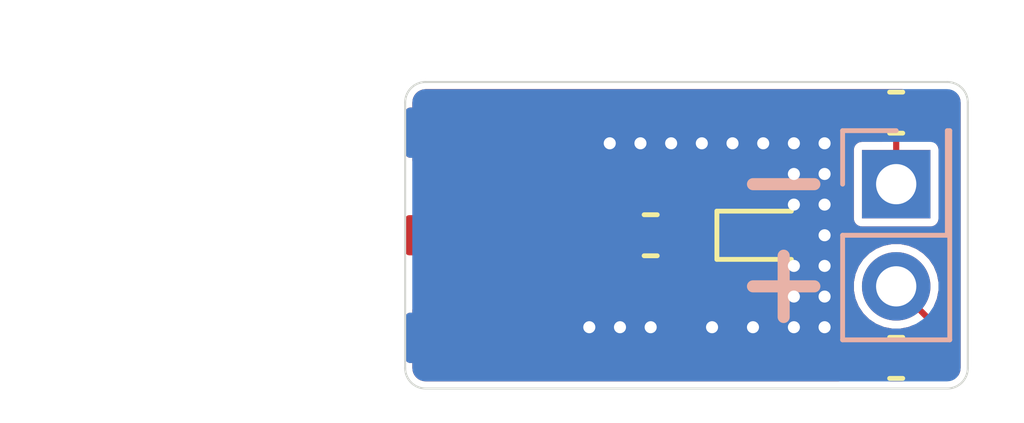
<source format=kicad_pcb>
(kicad_pcb (version 20171130) (host pcbnew 5.1.5-52549c5~84~ubuntu16.04.1)

  (general
    (thickness 1.6)
    (drawings 11)
    (tracks 34)
    (zones 0)
    (modules 6)
    (nets 6)
  )

  (page A4)
  (layers
    (0 F.Cu signal)
    (31 B.Cu signal)
    (32 B.Adhes user)
    (33 F.Adhes user)
    (34 B.Paste user)
    (35 F.Paste user)
    (36 B.SilkS user)
    (37 F.SilkS user)
    (38 B.Mask user)
    (39 F.Mask user)
    (40 Dwgs.User user)
    (41 Cmts.User user)
    (42 Eco1.User user)
    (43 Eco2.User user)
    (44 Edge.Cuts user)
    (45 Margin user)
    (46 B.CrtYd user)
    (47 F.CrtYd user)
    (48 B.Fab user)
    (49 F.Fab user)
  )

  (setup
    (last_trace_width 0.1524)
    (user_trace_width 0.127)
    (user_trace_width 0.1524)
    (user_trace_width 0.508)
    (user_trace_width 0.508)
    (trace_clearance 0.2)
    (zone_clearance 0.1524)
    (zone_45_only yes)
    (trace_min 0.127)
    (via_size 0.8)
    (via_drill 0.4)
    (via_min_size 0.3)
    (via_min_drill 0.2)
    (user_via 0.5 0.2794)
    (user_via 0.5 0.3)
    (user_via 0.5 0.3302)
    (user_via 0.6858 0.3302)
    (uvia_size 0.3)
    (uvia_drill 0.1)
    (uvias_allowed no)
    (uvia_min_size 0.2)
    (uvia_min_drill 0.1)
    (edge_width 0.05)
    (segment_width 0.2)
    (pcb_text_width 0.3)
    (pcb_text_size 1.5 1.5)
    (mod_edge_width 0.12)
    (mod_text_size 1 1)
    (mod_text_width 0.15)
    (pad_size 1.524 1.524)
    (pad_drill 0.762)
    (pad_to_mask_clearance 0.051)
    (solder_mask_min_width 0.25)
    (aux_axis_origin 0 0)
    (visible_elements FFFDFF7F)
    (pcbplotparams
      (layerselection 0x010fc_ffffffff)
      (usegerberextensions false)
      (usegerberattributes false)
      (usegerberadvancedattributes false)
      (creategerberjobfile false)
      (excludeedgelayer true)
      (linewidth 0.100000)
      (plotframeref false)
      (viasonmask false)
      (mode 1)
      (useauxorigin false)
      (hpglpennumber 1)
      (hpglpenspeed 20)
      (hpglpendiameter 15.000000)
      (psnegative false)
      (psa4output false)
      (plotreference true)
      (plotvalue true)
      (plotinvisibletext false)
      (padsonsilk false)
      (subtractmaskfromsilk false)
      (outputformat 1)
      (mirror false)
      (drillshape 1)
      (scaleselection 1)
      (outputdirectory ""))
  )

  (net 0 "")
  (net 1 "Net-(C1-Pad1)")
  (net 2 "Net-(C1-Pad2)")
  (net 3 GND)
  (net 4 "Net-(J2-Pad1)")
  (net 5 "Net-(J2-Pad2)")

  (net_class Default "Questo è il gruppo di collegamenti predefinito"
    (clearance 0.2)
    (trace_width 0.25)
    (via_dia 0.8)
    (via_drill 0.4)
    (uvia_dia 0.3)
    (uvia_drill 0.1)
    (add_net GND)
    (add_net "Net-(C1-Pad1)")
    (add_net "Net-(C1-Pad2)")
    (add_net "Net-(J2-Pad1)")
    (add_net "Net-(J2-Pad2)")
  )

  (module libs:D_SOD-523 (layer F.Cu) (tedit 5DF80224) (tstamp 5E0784FA)
    (at 107.442 68.58)
    (descr "http://www.diodes.com/datasheets/ap02001.pdf p.144")
    (tags "Diode SOD523")
    (path /5E07283E)
    (attr smd)
    (fp_text reference D1 (at 0 -1.3) (layer F.SilkS) hide
      (effects (font (size 1 1) (thickness 0.15)))
    )
    (fp_text value D_Capacitance (at 0 1.4) (layer F.Fab)
      (effects (font (size 1 1) (thickness 0.15)))
    )
    (fp_line (start 0.7 0.6) (end -1.15 0.6) (layer F.SilkS) (width 0.12))
    (fp_line (start 0.7 -0.6) (end -1.15 -0.6) (layer F.SilkS) (width 0.12))
    (fp_line (start 0.65 0.45) (end -0.65 0.45) (layer F.Fab) (width 0.1))
    (fp_line (start -0.65 0.45) (end -0.65 -0.45) (layer F.Fab) (width 0.1))
    (fp_line (start -0.65 -0.45) (end 0.65 -0.45) (layer F.Fab) (width 0.1))
    (fp_line (start 0.65 -0.45) (end 0.65 0.45) (layer F.Fab) (width 0.1))
    (fp_line (start -0.2 0.2) (end -0.2 -0.2) (layer F.Fab) (width 0.1))
    (fp_line (start -0.2 0) (end -0.35 0) (layer F.Fab) (width 0.1))
    (fp_line (start -0.2 0) (end 0.1 0.2) (layer F.Fab) (width 0.1))
    (fp_line (start 0.1 0.2) (end 0.1 -0.2) (layer F.Fab) (width 0.1))
    (fp_line (start 0.1 -0.2) (end -0.2 0) (layer F.Fab) (width 0.1))
    (fp_line (start 0.1 0) (end 0.25 0) (layer F.Fab) (width 0.1))
    (fp_line (start 1.25 0.7) (end -1.25 0.7) (layer F.CrtYd) (width 0.05))
    (fp_line (start -1.25 0.7) (end -1.25 -0.7) (layer F.CrtYd) (width 0.05))
    (fp_line (start -1.25 -0.7) (end 1.25 -0.7) (layer F.CrtYd) (width 0.05))
    (fp_line (start 1.25 -0.7) (end 1.25 0.7) (layer F.CrtYd) (width 0.05))
    (fp_line (start -1.15 -0.6) (end -1.15 0.6) (layer F.SilkS) (width 0.12))
    (fp_text user %R (at 0 -1.3) (layer F.Fab)
      (effects (font (size 1 1) (thickness 0.15)))
    )
    (pad 1 smd roundrect (at -0.7 0 180) (size 0.6 0.7) (layers F.Cu F.Paste F.Mask) (roundrect_rratio 0.25)
      (net 2 "Net-(C1-Pad2)"))
    (pad 2 smd roundrect (at 0.7 0 180) (size 0.6 0.7) (layers F.Cu F.Paste F.Mask) (roundrect_rratio 0.25)
      (net 3 GND))
    (model ${KISYS3DMOD}/Diode_SMD.3dshapes/D_SOD-523.wrl
      (at (xyz 0 0 0))
      (scale (xyz 1 1 1))
      (rotate (xyz 0 0 0))
    )
  )

  (module libs:SMA_generic_EdgeMount (layer F.Cu) (tedit 5E073B47) (tstamp 5E07CB61)
    (at 98.552 68.58)
    (path /5E07ADA9)
    (fp_text reference J1 (at 5.334 3.048) (layer F.SilkS) hide
      (effects (font (size 1 1) (thickness 0.15)))
    )
    (fp_text value Conn_Coaxial (at 0 -5) (layer F.Fab)
      (effects (font (size 1 1) (thickness 0.15)))
    )
    (fp_text user %R (at -0.79 0 90) (layer F.Fab)
      (effects (font (size 1 1) (thickness 0.15)))
    )
    (fp_line (start -5.786345 1.35926) (end -5.800622 1.592155) (layer F.Fab) (width 0.1))
    (fp_line (start -5.771649 1.106776) (end -5.786345 1.35926) (layer F.Fab) (width 0.1))
    (fp_line (start -5.75681 0.839211) (end -5.771649 1.106776) (layer F.Fab) (width 0.1))
    (fp_line (start -5.742114 0.561714) (end -5.75681 0.839211) (layer F.Fab) (width 0.1))
    (fp_line (start -4.839229 2.998726) (end -4.84754 2.987566) (layer F.Fab) (width 0.1))
    (fp_line (start -4.825622 2.980453) (end -4.839229 2.998726) (layer F.Fab) (width 0.1))
    (fp_line (start -4.811345 2.924697) (end -4.825622 2.980453) (layer F.Fab) (width 0.1))
    (fp_line (start -4.796649 2.831085) (end -4.811345 2.924697) (layer F.Fab) (width 0.1))
    (fp_line (start -5.064229 1.801848) (end -5.050622 1.592155) (layer F.Fab) (width 0.1))
    (fp_line (start -5.077837 1.989576) (end -5.064229 1.801848) (layer F.Fab) (width 0.1))
    (fp_line (start -5.092114 2.155447) (end -5.077837 1.989576) (layer F.Fab) (width 0.1))
    (fp_line (start -5.10681 2.295402) (end -5.092114 2.155447) (layer F.Fab) (width 0.1))
    (fp_line (start -5.121649 2.406231) (end -5.10681 2.295402) (layer F.Fab) (width 0.1))
    (fp_line (start -4.38181 -1.304863) (end -4.396649 -0.990081) (layer F.Fab) (width 0.1))
    (fp_line (start -4.367114 -1.601903) (end -4.38181 -1.304863) (layer F.Fab) (width 0.1))
    (fp_line (start -4.352837 -1.875897) (end -4.367114 -1.601903) (layer F.Fab) (width 0.1))
    (fp_line (start -4.339229 -2.122595) (end -4.352837 -1.875897) (layer F.Fab) (width 0.1))
    (fp_line (start -4.325622 -2.343451) (end -4.339229 -2.122595) (layer F.Fab) (width 0.1))
    (fp_line (start -4.311345 -2.538593) (end -4.325622 -2.343451) (layer F.Fab) (width 0.1))
    (fp_line (start -4.630918 2.991802) (end -4.492667 2.766129) (layer F.Fab) (width 0.1))
    (fp_line (start -4.492667 2.766129) (end -4.354414 2.540555) (layer F.Fab) (width 0.1))
    (fp_line (start -5.614229 -1.804397) (end -5.626448 -1.616668) (layer F.Fab) (width 0.1))
    (fp_line (start -5.600622 -1.992124) (end -5.614229 -1.804397) (layer F.Fab) (width 0.1))
    (fp_line (start -5.586345 -2.157995) (end -5.600622 -1.992124) (layer F.Fab) (width 0.1))
    (fp_line (start -5.571649 -2.297951) (end -5.586345 -2.157995) (layer F.Fab) (width 0.1))
    (fp_line (start -7.647466 -2.994474) (end -7.785722 -2.768794) (layer F.Fab) (width 0.1))
    (fp_line (start -6.230918 2.991802) (end -6.092667 2.766129) (layer F.Fab) (width 0.1))
    (fp_line (start -8.639229 -0.001274) (end -8.652837 0.329336) (layer F.Fab) (width 0.1))
    (fp_line (start -8.625622 -0.331885) (end -8.639229 -0.001274) (layer F.Fab) (width 0.1))
    (fp_line (start -8.611345 -0.663614) (end -8.625622 -0.331885) (layer F.Fab) (width 0.1))
    (fp_line (start -8.596649 -0.990081) (end -8.611345 -0.663614) (layer F.Fab) (width 0.1))
    (fp_line (start -6.739229 -2.122595) (end -6.752837 -1.875897) (layer F.Fab) (width 0.1))
    (fp_line (start -6.725622 -2.343451) (end -6.739229 -2.122595) (layer F.Fab) (width 0.1))
    (fp_line (start -6.711345 -2.538593) (end -6.725622 -2.343451) (layer F.Fab) (width 0.1))
    (fp_line (start -6.696649 -2.703247) (end -6.711345 -2.538593) (layer F.Fab) (width 0.1))
    (fp_line (start -6.68181 -2.833634) (end -6.696649 -2.703247) (layer F.Fab) (width 0.1))
    (fp_line (start -6.667114 -2.927245) (end -6.68181 -2.833634) (layer F.Fab) (width 0.1))
    (fp_line (start -6.652837 -2.983001) (end -6.667114 -2.927245) (layer F.Fab) (width 0.1))
    (fp_line (start -6.671649 2.406231) (end -6.686345 2.485801) (layer F.Fab) (width 0.1))
    (fp_line (start -6.65681 2.295402) (end -6.671649 2.406231) (layer F.Fab) (width 0.1))
    (fp_line (start -6.642114 2.155447) (end -6.65681 2.295402) (layer F.Fab) (width 0.1))
    (fp_line (start -6.627837 1.989576) (end -6.642114 2.155447) (layer F.Fab) (width 0.1))
    (fp_line (start -6.614229 1.801848) (end -6.627837 1.989576) (layer F.Fab) (width 0.1))
    (fp_line (start -4.869878 -0.87435) (end -4.885187 -0.586598) (layer F.Fab) (width 0.1))
    (fp_line (start -4.854452 -1.150674) (end -4.869878 -0.87435) (layer F.Fab) (width 0.1))
    (fp_line (start -4.839229 -1.409867) (end -4.854452 -1.150674) (layer F.Fab) (width 0.1))
    (fp_line (start -4.826448 -1.616668) (end -4.839229 -1.409867) (layer F.Fab) (width 0.1))
    (fp_line (start -6.38181 2.700698) (end -6.396649 2.831085) (layer F.Fab) (width 0.1))
    (fp_line (start -6.367114 2.536044) (end -6.38181 2.700698) (layer F.Fab) (width 0.1))
    (fp_line (start -6.352837 2.340902) (end -6.367114 2.536044) (layer F.Fab) (width 0.1))
    (fp_line (start -6.339229 2.120046) (end -6.352837 2.340902) (layer F.Fab) (width 0.1))
    (fp_line (start -6.211345 -0.663614) (end -6.225622 -0.331885) (layer F.Fab) (width 0.1))
    (fp_line (start -6.196649 -0.990081) (end -6.211345 -0.663614) (layer F.Fab) (width 0.1))
    (fp_line (start -6.18181 -1.304863) (end -6.196649 -0.990081) (layer F.Fab) (width 0.1))
    (fp_line (start -6.167114 -1.601903) (end -6.18181 -1.304863) (layer F.Fab) (width 0.1))
    (fp_line (start -4.719038 -2.551274) (end -4.764229 -2.551274) (layer F.Fab) (width 0.1))
    (fp_line (start -5.519038 -2.551274) (end -5.564229 -2.551274) (layer F.Fab) (width 0.1))
    (fp_line (start -6.319038 -2.551274) (end -6.364229 -2.551274) (layer F.Fab) (width 0.1))
    (fp_line (start -4.30681 2.295402) (end -4.292114 2.155447) (layer F.Fab) (width 0.1))
    (fp_line (start -4.321649 2.406231) (end -4.30681 2.295402) (layer F.Fab) (width 0.1))
    (fp_line (start -4.336345 2.485801) (end -4.321649 2.406231) (layer F.Fab) (width 0.1))
    (fp_line (start -4.350622 2.533194) (end -4.336345 2.485801) (layer F.Fab) (width 0.1))
    (fp_line (start -4.354367 2.537468) (end -4.350622 2.533194) (layer F.Fab) (width 0.1))
    (fp_line (start -4.838045 2.998582) (end -4.638045 2.998582) (layer F.Fab) (width 0.1))
    (fp_line (start -5.727837 0.279745) (end -5.742114 0.561714) (layer F.Fab) (width 0.1))
    (fp_line (start -5.714229 -0.001274) (end -5.727837 0.279745) (layer F.Fab) (width 0.1))
    (fp_line (start -5.700065 -0.293538) (end -5.714229 -0.001274) (layer F.Fab) (width 0.1))
    (fp_line (start -5.685187 -0.586598) (end -5.700065 -0.293538) (layer F.Fab) (width 0.1))
    (fp_line (start -5.954367 2.537468) (end -5.950622 2.533194) (layer F.Fab) (width 0.1))
    (fp_line (start -6.376286 -2.539027) (end -6.364229 -2.551274) (layer F.Fab) (width 0.1))
    (fp_line (start -6.388893 -2.501681) (end -6.376286 -2.539027) (layer F.Fab) (width 0.1))
    (fp_line (start -6.404177 -2.425267) (end -6.388893 -2.501681) (layer F.Fab) (width 0.1))
    (fp_line (start -6.419671 -2.314483) (end -6.404177 -2.425267) (layer F.Fab) (width 0.1))
    (fp_line (start -5.669878 -0.87435) (end -5.685187 -0.586598) (layer F.Fab) (width 0.1))
    (fp_line (start -5.654452 -1.150674) (end -5.669878 -0.87435) (layer F.Fab) (width 0.1))
    (fp_line (start -5.639229 -1.409867) (end -5.654452 -1.150674) (layer F.Fab) (width 0.1))
    (fp_line (start -5.626448 -1.616668) (end -5.639229 -1.409867) (layer F.Fab) (width 0.1))
    (fp_line (start -6.152837 2.340902) (end -6.167114 2.536044) (layer F.Fab) (width 0.1))
    (fp_line (start -6.139229 2.120046) (end -6.152837 2.340902) (layer F.Fab) (width 0.1))
    (fp_line (start -6.125622 1.873348) (end -6.139229 2.120046) (layer F.Fab) (width 0.1))
    (fp_line (start -6.111345 1.599355) (end -6.125622 1.873348) (layer F.Fab) (width 0.1))
    (fp_line (start -6.096649 1.302314) (end -6.111345 1.599355) (layer F.Fab) (width 0.1))
    (fp_line (start -6.08181 0.987532) (end -6.096649 1.302314) (layer F.Fab) (width 0.1))
    (fp_line (start -6.067114 0.661065) (end -6.08181 0.987532) (layer F.Fab) (width 0.1))
    (fp_line (start -4.892667 -2.768678) (end -5.030918 -2.994351) (layer F.Fab) (width 0.1))
    (fp_line (start -6.50681 -1.109325) (end -6.492114 -1.361809) (layer F.Fab) (width 0.1))
    (fp_line (start -6.521649 -0.84176) (end -6.50681 -1.109325) (layer F.Fab) (width 0.1))
    (fp_line (start -6.536345 -0.564263) (end -6.521649 -0.84176) (layer F.Fab) (width 0.1))
    (fp_line (start -6.550622 -0.282293) (end -6.536345 -0.564263) (layer F.Fab) (width 0.1))
    (fp_line (start -6.564229 -0.001274) (end -6.550622 -0.282293) (layer F.Fab) (width 0.1))
    (fp_line (start -5.167114 -1.601903) (end -5.18181 -1.304863) (layer F.Fab) (width 0.1))
    (fp_line (start -5.152837 -1.875897) (end -5.167114 -1.601903) (layer F.Fab) (width 0.1))
    (fp_line (start -5.139229 -2.122595) (end -5.152837 -1.875897) (layer F.Fab) (width 0.1))
    (fp_line (start -5.125622 -2.343451) (end -5.139229 -2.122595) (layer F.Fab) (width 0.1))
    (fp_line (start -5.111345 -2.538593) (end -5.125622 -2.343451) (layer F.Fab) (width 0.1))
    (fp_line (start -5.096649 -2.703247) (end -5.111345 -2.538593) (layer F.Fab) (width 0.1))
    (fp_line (start -5.08181 -2.833634) (end -5.096649 -2.703247) (layer F.Fab) (width 0.1))
    (fp_line (start -7.238045 2.998582) (end -7.038045 2.998582) (layer F.Fab) (width 0.1))
    (fp_line (start -6.650622 1.592155) (end -6.636345 1.35926) (layer F.Fab) (width 0.1))
    (fp_line (start -6.664229 1.801848) (end -6.650622 1.592155) (layer F.Fab) (width 0.1))
    (fp_line (start -6.677837 1.989576) (end -6.664229 1.801848) (layer F.Fab) (width 0.1))
    (fp_line (start -6.692114 2.155447) (end -6.677837 1.989576) (layer F.Fab) (width 0.1))
    (fp_line (start -6.70681 2.295402) (end -6.692114 2.155447) (layer F.Fab) (width 0.1))
    (fp_line (start -5.952837 -1.875897) (end -5.967114 -1.601903) (layer F.Fab) (width 0.1))
    (fp_line (start -5.939229 -2.122595) (end -5.952837 -1.875897) (layer F.Fab) (width 0.1))
    (fp_line (start -5.925622 -2.343451) (end -5.939229 -2.122595) (layer F.Fab) (width 0.1))
    (fp_line (start -5.911345 -2.538593) (end -5.925622 -2.343451) (layer F.Fab) (width 0.1))
    (fp_line (start -5.896649 -2.703247) (end -5.911345 -2.538593) (layer F.Fab) (width 0.1))
    (fp_line (start -5.88181 -2.833634) (end -5.896649 -2.703247) (layer F.Fab) (width 0.1))
    (fp_line (start -5.867114 -2.927245) (end -5.88181 -2.833634) (layer F.Fab) (width 0.1))
    (fp_line (start -5.267114 0.661065) (end -5.28181 0.987532) (layer F.Fab) (width 0.1))
    (fp_line (start -5.252837 0.329336) (end -5.267114 0.661065) (layer F.Fab) (width 0.1))
    (fp_line (start -5.239229 -0.001274) (end -5.252837 0.329336) (layer F.Fab) (width 0.1))
    (fp_line (start -5.225622 -0.331885) (end -5.239229 -0.001274) (layer F.Fab) (width 0.1))
    (fp_line (start -5.211345 -0.663614) (end -5.225622 -0.331885) (layer F.Fab) (width 0.1))
    (fp_line (start -5.196649 -0.990081) (end -5.211345 -0.663614) (layer F.Fab) (width 0.1))
    (fp_line (start -5.18181 -1.304863) (end -5.196649 -0.990081) (layer F.Fab) (width 0.1))
    (fp_line (start -6.98181 -1.304863) (end -6.996649 -0.990081) (layer F.Fab) (width 0.1))
    (fp_line (start -6.967114 -1.601903) (end -6.98181 -1.304863) (layer F.Fab) (width 0.1))
    (fp_line (start -6.952837 -1.875897) (end -6.967114 -1.601903) (layer F.Fab) (width 0.1))
    (fp_line (start -6.939229 -2.122595) (end -6.952837 -1.875897) (layer F.Fab) (width 0.1))
    (fp_line (start -6.185722 -2.768794) (end -6.32398 -2.543211) (layer F.Fab) (width 0.1))
    (fp_line (start -4.75681 -2.40878) (end -4.771649 -2.297951) (layer F.Fab) (width 0.1))
    (fp_line (start -4.742114 -2.48835) (end -4.75681 -2.40878) (layer F.Fab) (width 0.1))
    (fp_line (start -4.727837 -2.535742) (end -4.742114 -2.48835) (layer F.Fab) (width 0.1))
    (fp_line (start -4.724027 -2.540091) (end -4.727837 -2.535742) (layer F.Fab) (width 0.1))
    (fp_line (start -6.039229 -3.001274) (end -6.052837 -2.983001) (layer F.Fab) (width 0.1))
    (fp_line (start -6.039186 -3.001216) (end -6.039229 -3.001274) (layer F.Fab) (width 0.1))
    (fp_line (start -5.639229 2.998726) (end -5.64754 2.987566) (layer F.Fab) (width 0.1))
    (fp_line (start -5.625622 2.980453) (end -5.639229 2.998726) (layer F.Fab) (width 0.1))
    (fp_arc (start 3.960771 0.348726) (end 3.960771 0.448726) (angle -90) (layer F.Fab) (width 0.1))
    (fp_arc (start 3.960771 -0.351274) (end 4.060771 -0.351274) (angle -90) (layer F.Fab) (width 0.1))
    (fp_line (start 3.960771 -0.451274) (end 0.160771 -0.451274) (layer F.Fab) (width 0.1))
    (fp_line (start 0.160771 0.448726) (end 3.960771 0.448726) (layer F.Fab) (width 0.1))
    (fp_arc (start -46.662081 -2.381991) (end -4.31423 2.548726) (angle -5.334704577) (layer F.Fab) (width 0.1))
    (fp_line (start -8.788893 -2.130609) (end -8.788893 2.767397) (layer F.Fab) (width 0.1))
    (fp_line (start -8.78181 2.700698) (end -8.788893 2.767397) (layer F.Fab) (width 0.1))
    (fp_line (start -8.767114 2.536044) (end -8.78181 2.700698) (layer F.Fab) (width 0.1))
    (fp_line (start -8.788893 -2.551274) (end -9.439229 -2.551274) (layer F.Fab) (width 0.1))
    (fp_arc (start -1.639229 -2.651274) (end -1.639229 -2.551274) (angle -90) (layer F.Fab) (width 0.1))
    (fp_arc (start -1.639229 2.648726) (end -1.539229 2.648726) (angle -90) (layer F.Fab) (width 0.1))
    (fp_line (start -4.927837 0.279745) (end -4.942114 0.561714) (layer F.Fab) (width 0.1))
    (fp_line (start -4.914229 -0.001274) (end -4.927837 0.279745) (layer F.Fab) (width 0.1))
    (fp_line (start -4.900065 -0.293538) (end -4.914229 -0.001274) (layer F.Fab) (width 0.1))
    (fp_line (start -4.885187 -0.586598) (end -4.900065 -0.293538) (layer F.Fab) (width 0.1))
    (fp_line (start -6.092667 2.766129) (end -5.954414 2.540555) (layer F.Fab) (width 0.1))
    (fp_line (start -4.359422 2.548726) (end -4.314229 2.548726) (layer F.Fab) (width 0.1))
    (fp_line (start -4.039229 2.548726) (end -1.639229 2.548726) (layer F.Fab) (width 0.1))
    (fp_line (start -1.639229 -2.551274) (end -4.039229 -2.551274) (layer F.Fab) (width 0.1))
    (fp_line (start -6.492667 -2.768678) (end -6.630918 -2.994351) (layer F.Fab) (width 0.1))
    (fp_line (start -7.959422 -2.551274) (end -8.092667 -2.768678) (layer F.Fab) (width 0.1))
    (fp_line (start -4.759422 -2.551274) (end -4.892667 -2.768678) (layer F.Fab) (width 0.1))
    (fp_line (start -7.152837 2.340902) (end -7.167114 2.536044) (layer F.Fab) (width 0.1))
    (fp_line (start -7.139229 2.120046) (end -7.152837 2.340902) (layer F.Fab) (width 0.1))
    (fp_line (start -7.125622 1.873348) (end -7.139229 2.120046) (layer F.Fab) (width 0.1))
    (fp_line (start -7.111345 1.599355) (end -7.125622 1.873348) (layer F.Fab) (width 0.1))
    (fp_line (start -8.396649 -0.990081) (end -8.411345 -0.663614) (layer F.Fab) (width 0.1))
    (fp_line (start -8.38181 -1.304863) (end -8.396649 -0.990081) (layer F.Fab) (width 0.1))
    (fp_line (start -8.367114 -1.601903) (end -8.38181 -1.304863) (layer F.Fab) (width 0.1))
    (fp_line (start -8.352837 -1.875897) (end -8.367114 -1.601903) (layer F.Fab) (width 0.1))
    (fp_line (start -8.339229 -2.122595) (end -8.352837 -1.875897) (layer F.Fab) (width 0.1))
    (fp_line (start -8.325622 -2.343451) (end -8.339229 -2.122595) (layer F.Fab) (width 0.1))
    (fp_line (start -8.311345 -2.538593) (end -8.325622 -2.343451) (layer F.Fab) (width 0.1))
    (fp_line (start -8.296649 -2.703247) (end -8.311345 -2.538593) (layer F.Fab) (width 0.1))
    (fp_line (start -5.367114 2.536044) (end -5.38181 2.700698) (layer F.Fab) (width 0.1))
    (fp_line (start -5.352837 2.340902) (end -5.367114 2.536044) (layer F.Fab) (width 0.1))
    (fp_line (start -5.339229 2.120046) (end -5.352837 2.340902) (layer F.Fab) (width 0.1))
    (fp_line (start -5.325622 1.873348) (end -5.339229 2.120046) (layer F.Fab) (width 0.1))
    (fp_line (start -5.311345 1.599355) (end -5.325622 1.873348) (layer F.Fab) (width 0.1))
    (fp_line (start -5.296649 1.302314) (end -5.311345 1.599355) (layer F.Fab) (width 0.1))
    (fp_line (start -5.28181 0.987532) (end -5.296649 1.302314) (layer F.Fab) (width 0.1))
    (fp_line (start -6.585722 2.766245) (end -6.447466 2.991926) (layer F.Fab) (width 0.1))
    (fp_line (start -4.447466 -2.994474) (end -4.585722 -2.768794) (layer F.Fab) (width 0.1))
    (fp_line (start -7.159422 -2.551274) (end -7.292667 -2.768678) (layer F.Fab) (width 0.1))
    (fp_line (start -4.319038 2.548726) (end -4.185722 2.766245) (layer F.Fab) (width 0.1))
    (fp_line (start -7.785722 -2.768794) (end -7.92398 -2.543211) (layer F.Fab) (width 0.1))
    (fp_line (start -6.438045 2.998582) (end -6.238045 2.998582) (layer F.Fab) (width 0.1))
    (fp_line (start -5.039187 -3.001274) (end -5.239187 -3.001274) (layer F.Fab) (width 0.1))
    (fp_line (start -4.585722 -2.768794) (end -4.72398 -2.543211) (layer F.Fab) (width 0.1))
    (fp_line (start -6.721649 2.406231) (end -6.70681 2.295402) (layer F.Fab) (width 0.1))
    (fp_line (start -6.736345 2.485801) (end -6.721649 2.406231) (layer F.Fab) (width 0.1))
    (fp_line (start -6.750622 2.533194) (end -6.736345 2.485801) (layer F.Fab) (width 0.1))
    (fp_line (start -6.754367 2.537468) (end -6.750622 2.533194) (layer F.Fab) (width 0.1))
    (fp_line (start -7.176286 -2.539027) (end -7.164229 -2.551274) (layer F.Fab) (width 0.1))
    (fp_line (start -6.152837 -1.875897) (end -6.167114 -1.601903) (layer F.Fab) (width 0.1))
    (fp_line (start -6.139229 -2.122595) (end -6.152837 -1.875897) (layer F.Fab) (width 0.1))
    (fp_line (start -6.125622 -2.343451) (end -6.139229 -2.122595) (layer F.Fab) (width 0.1))
    (fp_line (start -6.111345 -2.538593) (end -6.125622 -2.343451) (layer F.Fab) (width 0.1))
    (fp_line (start -7.211345 2.924697) (end -7.225622 2.980453) (layer F.Fab) (width 0.1))
    (fp_line (start -7.196649 2.831085) (end -7.211345 2.924697) (layer F.Fab) (width 0.1))
    (fp_line (start -7.18181 2.700698) (end -7.196649 2.831085) (layer F.Fab) (width 0.1))
    (fp_line (start -7.167114 2.536044) (end -7.18181 2.700698) (layer F.Fab) (width 0.1))
    (fp_line (start -6.939229 2.120046) (end -6.952837 2.340902) (layer F.Fab) (width 0.1))
    (fp_line (start -6.925622 1.873348) (end -6.939229 2.120046) (layer F.Fab) (width 0.1))
    (fp_line (start -6.911345 1.599355) (end -6.925622 1.873348) (layer F.Fab) (width 0.1))
    (fp_line (start -6.896649 1.302314) (end -6.911345 1.599355) (layer F.Fab) (width 0.1))
    (fp_line (start -6.88181 0.987532) (end -6.896649 1.302314) (layer F.Fab) (width 0.1))
    (fp_line (start -6.867114 0.661065) (end -6.88181 0.987532) (layer F.Fab) (width 0.1))
    (fp_line (start -6.852837 0.329336) (end -6.867114 0.661065) (layer F.Fab) (width 0.1))
    (fp_line (start -8.239187 -3.001274) (end -8.439187 -3.001274) (layer F.Fab) (width 0.1))
    (fp_line (start -4.776286 -2.539027) (end -4.764229 -2.551274) (layer F.Fab) (width 0.1))
    (fp_line (start -4.788893 -2.501681) (end -4.776286 -2.539027) (layer F.Fab) (width 0.1))
    (fp_line (start -4.804177 -2.425267) (end -4.788893 -2.501681) (layer F.Fab) (width 0.1))
    (fp_line (start -4.819671 -2.314483) (end -4.804177 -2.425267) (layer F.Fab) (width 0.1))
    (fp_line (start -4.835051 -2.171551) (end -4.819671 -2.314483) (layer F.Fab) (width 0.1))
    (fp_line (start -6.096649 -2.703247) (end -6.111345 -2.538593) (layer F.Fab) (width 0.1))
    (fp_line (start -6.08181 -2.833634) (end -6.096649 -2.703247) (layer F.Fab) (width 0.1))
    (fp_line (start -6.067114 -2.927245) (end -6.08181 -2.833634) (layer F.Fab) (width 0.1))
    (fp_line (start -6.052837 -2.983001) (end -6.067114 -2.927245) (layer F.Fab) (width 0.1))
    (fp_line (start -5.292667 2.766129) (end -5.154414 2.540555) (layer F.Fab) (width 0.1))
    (fp_line (start -4.814229 -1.804397) (end -4.826448 -1.616668) (layer F.Fab) (width 0.1))
    (fp_line (start -4.800622 -1.992124) (end -4.814229 -1.804397) (layer F.Fab) (width 0.1))
    (fp_line (start -4.786345 -2.157995) (end -4.800622 -1.992124) (layer F.Fab) (width 0.1))
    (fp_line (start -4.771649 -2.297951) (end -4.786345 -2.157995) (layer F.Fab) (width 0.1))
    (fp_line (start -5.892114 2.155447) (end -5.877837 1.989576) (layer F.Fab) (width 0.1))
    (fp_line (start -5.90681 2.295402) (end -5.892114 2.155447) (layer F.Fab) (width 0.1))
    (fp_line (start -5.921649 2.406231) (end -5.90681 2.295402) (layer F.Fab) (width 0.1))
    (fp_line (start -5.936345 2.485801) (end -5.921649 2.406231) (layer F.Fab) (width 0.1))
    (fp_line (start -5.950622 2.533194) (end -5.936345 2.485801) (layer F.Fab) (width 0.1))
    (fp_line (start -6.759422 2.548726) (end -6.714229 2.548726) (layer F.Fab) (width 0.1))
    (fp_line (start -5.959422 2.548726) (end -5.914229 2.548726) (layer F.Fab) (width 0.1))
    (fp_line (start -5.159422 2.548726) (end -5.114229 2.548726) (layer F.Fab) (width 0.1))
    (fp_line (start -4.85 -2) (end -4.835051 -2.171551) (layer F.Fab) (width 0.1))
    (fp_line (start -4.864229 -1.804397) (end -4.85 -2) (layer F.Fab) (width 0.1))
    (fp_line (start -4.877837 -1.594703) (end -4.864229 -1.804397) (layer F.Fab) (width 0.1))
    (fp_line (start -4.892114 -1.361809) (end -4.877837 -1.594703) (layer F.Fab) (width 0.1))
    (fp_line (start -4.90681 -1.109325) (end -4.892114 -1.361809) (layer F.Fab) (width 0.1))
    (fp_line (start -4.092667 -2.768678) (end -4.230918 -2.994351) (layer F.Fab) (width 0.1))
    (fp_line (start -4.221649 1.106776) (end -4.20681 0.839211) (layer F.Fab) (width 0.1))
    (fp_line (start -4.236345 1.35926) (end -4.221649 1.106776) (layer F.Fab) (width 0.1))
    (fp_line (start -4.250622 1.592155) (end -4.236345 1.35926) (layer F.Fab) (width 0.1))
    (fp_line (start -4.264229 1.801848) (end -4.250622 1.592155) (layer F.Fab) (width 0.1))
    (fp_line (start -4.277837 1.989576) (end -4.264229 1.801848) (layer F.Fab) (width 0.1))
    (fp_line (start -4.292114 2.155447) (end -4.277837 1.989576) (layer F.Fab) (width 0.1))
    (fp_line (start -4.239187 -3.001274) (end -4.439187 -3.001274) (layer F.Fab) (width 0.1))
    (fp_line (start -8.788893 2.998582) (end -8.638045 2.998582) (layer F.Fab) (width 0.1))
    (fp_line (start -8.038045 2.998582) (end -7.838045 2.998582) (layer F.Fab) (width 0.1))
    (fp_line (start -5.677837 -1.594703) (end -5.664229 -1.804397) (layer F.Fab) (width 0.1))
    (fp_line (start -5.692114 -1.361809) (end -5.677837 -1.594703) (layer F.Fab) (width 0.1))
    (fp_line (start -5.70681 -1.109325) (end -5.692114 -1.361809) (layer F.Fab) (width 0.1))
    (fp_line (start -5.721649 -0.84176) (end -5.70681 -1.109325) (layer F.Fab) (width 0.1))
    (fp_line (start -5.736345 -0.564263) (end -5.721649 -0.84176) (layer F.Fab) (width 0.1))
    (fp_line (start -6.847466 -2.994474) (end -6.985722 -2.768794) (layer F.Fab) (width 0.1))
    (fp_line (start -4.039159 -2.681374) (end -4.092667 -2.768678) (layer F.Fab) (width 0.1))
    (fp_line (start -7.830918 2.991802) (end -7.692667 2.766129) (layer F.Fab) (width 0.1))
    (fp_line (start -5.430918 2.991802) (end -5.292667 2.766129) (layer F.Fab) (width 0.1))
    (fp_line (start -7.439187 -3.001274) (end -7.639187 -3.001274) (layer F.Fab) (width 0.1))
    (fp_line (start -5.119038 2.548726) (end -4.985722 2.766245) (layer F.Fab) (width 0.1))
    (fp_line (start -4.552837 -1.875897) (end -4.567114 -1.601903) (layer F.Fab) (width 0.1))
    (fp_line (start -4.539229 -2.122595) (end -4.552837 -1.875897) (layer F.Fab) (width 0.1))
    (fp_line (start -4.525622 -2.343451) (end -4.539229 -2.122595) (layer F.Fab) (width 0.1))
    (fp_line (start -4.511345 -2.538593) (end -4.525622 -2.343451) (layer F.Fab) (width 0.1))
    (fp_line (start -8.447466 -2.994474) (end -8.585722 -2.768794) (layer F.Fab) (width 0.1))
    (fp_line (start -5.042114 2.155447) (end -5.05681 2.295402) (layer F.Fab) (width 0.1))
    (fp_line (start -5.027837 1.989576) (end -5.042114 2.155447) (layer F.Fab) (width 0.1))
    (fp_line (start -5.014229 1.801848) (end -5.027837 1.989576) (layer F.Fab) (width 0.1))
    (fp_line (start -5.000622 1.592155) (end -5.014229 1.801848) (layer F.Fab) (width 0.1))
    (fp_line (start -8.467114 -2.927245) (end -8.48181 -2.833634) (layer F.Fab) (width 0.1))
    (fp_line (start -8.452837 -2.983001) (end -8.467114 -2.927245) (layer F.Fab) (width 0.1))
    (fp_line (start -8.439229 -3.001274) (end -8.452837 -2.983001) (layer F.Fab) (width 0.1))
    (fp_line (start -8.439186 -3.001216) (end -8.439229 -3.001274) (layer F.Fab) (width 0.1))
    (fp_line (start -7.030918 2.991802) (end -6.892667 2.766129) (layer F.Fab) (width 0.1))
    (fp_line (start -6.577837 0.279745) (end -6.564229 -0.001274) (layer F.Fab) (width 0.1))
    (fp_line (start -6.592114 0.561714) (end -6.577837 0.279745) (layer F.Fab) (width 0.1))
    (fp_line (start -6.60681 0.839211) (end -6.592114 0.561714) (layer F.Fab) (width 0.1))
    (fp_line (start -6.621649 1.106776) (end -6.60681 0.839211) (layer F.Fab) (width 0.1))
    (fp_line (start -6.636345 1.35926) (end -6.621649 1.106776) (layer F.Fab) (width 0.1))
    (fp_line (start -8.752837 2.340902) (end -8.767114 2.536044) (layer F.Fab) (width 0.1))
    (fp_line (start -8.739229 2.120046) (end -8.752837 2.340902) (layer F.Fab) (width 0.1))
    (fp_line (start -8.725622 1.873348) (end -8.739229 2.120046) (layer F.Fab) (width 0.1))
    (fp_line (start -8.711345 1.599355) (end -8.725622 1.873348) (layer F.Fab) (width 0.1))
    (fp_line (start -6.639187 -3.001274) (end -6.839187 -3.001274) (layer F.Fab) (width 0.1))
    (fp_line (start -6.359422 -2.551274) (end -6.492667 -2.768678) (layer F.Fab) (width 0.1))
    (fp_line (start -6.867114 -2.927245) (end -6.88181 -2.833634) (layer F.Fab) (width 0.1))
    (fp_line (start -6.852837 -2.983001) (end -6.867114 -2.927245) (layer F.Fab) (width 0.1))
    (fp_line (start -6.839229 -3.001274) (end -6.852837 -2.983001) (layer F.Fab) (width 0.1))
    (fp_line (start -6.839186 -3.001216) (end -6.839229 -3.001274) (layer F.Fab) (width 0.1))
    (fp_line (start -8.319038 2.548726) (end -8.185722 2.766245) (layer F.Fab) (width 0.1))
    (fp_line (start -8.58181 -1.304863) (end -8.596649 -0.990081) (layer F.Fab) (width 0.1))
    (fp_line (start -8.567114 -1.601903) (end -8.58181 -1.304863) (layer F.Fab) (width 0.1))
    (fp_line (start -8.552837 -1.875897) (end -8.567114 -1.601903) (layer F.Fab) (width 0.1))
    (fp_line (start -8.539229 -2.122595) (end -8.552837 -1.875897) (layer F.Fab) (width 0.1))
    (fp_line (start -5.604177 -2.425267) (end -5.588893 -2.501681) (layer F.Fab) (width 0.1))
    (fp_line (start -5.619671 -2.314483) (end -5.604177 -2.425267) (layer F.Fab) (width 0.1))
    (fp_line (start -5.635051 -2.171551) (end -5.619671 -2.314483) (layer F.Fab) (width 0.1))
    (fp_line (start -5.65 -2) (end -5.635051 -2.171551) (layer F.Fab) (width 0.1))
    (fp_line (start -5.664229 -1.804397) (end -5.65 -2) (layer F.Fab) (width 0.1))
    (fp_line (start -5.38181 -1.304863) (end -5.396649 -0.990081) (layer F.Fab) (width 0.1))
    (fp_line (start -5.367114 -1.601903) (end -5.38181 -1.304863) (layer F.Fab) (width 0.1))
    (fp_line (start -5.352837 -1.875897) (end -5.367114 -1.601903) (layer F.Fab) (width 0.1))
    (fp_line (start -5.339229 -2.122595) (end -5.352837 -1.875897) (layer F.Fab) (width 0.1))
    (fp_line (start -4.58181 2.700698) (end -4.596649 2.831085) (layer F.Fab) (width 0.1))
    (fp_line (start -4.567114 2.536044) (end -4.58181 2.700698) (layer F.Fab) (width 0.1))
    (fp_line (start -4.552837 2.340902) (end -4.567114 2.536044) (layer F.Fab) (width 0.1))
    (fp_line (start -4.539229 2.120046) (end -4.552837 2.340902) (layer F.Fab) (width 0.1))
    (fp_line (start -4.525622 1.873348) (end -4.539229 2.120046) (layer F.Fab) (width 0.1))
    (fp_line (start -4.511345 1.599355) (end -4.525622 1.873348) (layer F.Fab) (width 0.1))
    (fp_line (start -4.496649 1.302314) (end -4.511345 1.599355) (layer F.Fab) (width 0.1))
    (fp_line (start 4.060771 -2.901274) (end 4.060771 -2.201274) (layer F.Fab) (width 0.1))
    (fp_line (start 3.960771 -2.101274) (end 0.060771 -2.101274) (layer F.Fab) (width 0.1))
    (fp_arc (start 3.960771 2.898726) (end 3.960771 2.998726) (angle -90) (layer F.Fab) (width 0.1))
    (fp_arc (start 3.960771 -2.901274) (end 4.060771 -2.901274) (angle -90) (layer F.Fab) (width 0.1))
    (fp_line (start 0.060771 2.098726) (end 3.960771 2.098726) (layer F.Fab) (width 0.1))
    (fp_arc (start 3.960771 -2.201274) (end 3.960771 -2.101274) (angle -90) (layer F.Fab) (width 0.1))
    (fp_line (start -9.539229 2.448726) (end -9.539229 -2.451274) (layer F.Fab) (width 0.1))
    (fp_line (start -0.039229 2.998726) (end -1.439229 2.998726) (layer F.Fab) (width 0.1))
    (fp_line (start -7.692667 2.766129) (end -7.554414 2.540555) (layer F.Fab) (width 0.1))
    (fp_line (start -8.525622 -2.343451) (end -8.539229 -2.122595) (layer F.Fab) (width 0.1))
    (fp_line (start -8.511345 -2.538593) (end -8.525622 -2.343451) (layer F.Fab) (width 0.1))
    (fp_line (start -8.496649 -2.703247) (end -8.511345 -2.538593) (layer F.Fab) (width 0.1))
    (fp_line (start -8.48181 -2.833634) (end -8.496649 -2.703247) (layer F.Fab) (width 0.1))
    (fp_line (start -8.788893 -2.551274) (end -8.759422 -2.551274) (layer F.Fab) (width 0.1))
    (fp_line (start 4.060771 -0.351274) (end 4.060771 0.348726) (layer F.Fab) (width 0.1))
    (fp_arc (start 3.960771 2.198726) (end 4.060771 2.198726) (angle -90) (layer F.Fab) (width 0.1))
    (fp_line (start 4.060771 2.198726) (end 4.060771 2.898726) (layer F.Fab) (width 0.1))
    (fp_line (start 3.960771 2.998726) (end -0.039229 2.998726) (layer F.Fab) (width 0.1))
    (fp_line (start -0.039229 -3.001274) (end 3.960771 -3.001274) (layer F.Fab) (width 0.1))
    (fp_line (start -8.630918 2.991802) (end -8.492667 2.766129) (layer F.Fab) (width 0.1))
    (fp_line (start -7.639229 -3.001274) (end -7.652837 -2.983001) (layer F.Fab) (width 0.1))
    (fp_line (start -7.639186 -3.001216) (end -7.639229 -3.001274) (layer F.Fab) (width 0.1))
    (fp_line (start -7.239229 2.998726) (end -7.24754 2.987566) (layer F.Fab) (width 0.1))
    (fp_line (start -7.225622 2.980453) (end -7.239229 2.998726) (layer F.Fab) (width 0.1))
    (fp_line (start -6.325622 1.873348) (end -6.339229 2.120046) (layer F.Fab) (width 0.1))
    (fp_line (start -6.311345 1.599355) (end -6.325622 1.873348) (layer F.Fab) (width 0.1))
    (fp_line (start -6.296649 1.302314) (end -6.311345 1.599355) (layer F.Fab) (width 0.1))
    (fp_line (start -6.28181 0.987532) (end -6.296649 1.302314) (layer F.Fab) (width 0.1))
    (fp_line (start -8.092667 -2.768678) (end -8.230918 -2.994351) (layer F.Fab) (width 0.1))
    (fp_line (start -8.492667 2.766129) (end -8.354414 2.540555) (layer F.Fab) (width 0.1))
    (fp_line (start -7.811345 -0.663614) (end -7.825622 -0.331885) (layer F.Fab) (width 0.1))
    (fp_line (start -7.796649 -0.990081) (end -7.811345 -0.663614) (layer F.Fab) (width 0.1))
    (fp_line (start -7.78181 -1.304863) (end -7.796649 -0.990081) (layer F.Fab) (width 0.1))
    (fp_line (start -7.767114 -1.601903) (end -7.78181 -1.304863) (layer F.Fab) (width 0.1))
    (fp_line (start -7.667114 0.661065) (end -7.68181 0.987532) (layer F.Fab) (width 0.1))
    (fp_line (start -7.652837 0.329336) (end -7.667114 0.661065) (layer F.Fab) (width 0.1))
    (fp_line (start -7.639229 -0.001274) (end -7.652837 0.329336) (layer F.Fab) (width 0.1))
    (fp_line (start -7.625622 -0.331885) (end -7.639229 -0.001274) (layer F.Fab) (width 0.1))
    (fp_line (start -7.611345 -0.663614) (end -7.625622 -0.331885) (layer F.Fab) (width 0.1))
    (fp_line (start -7.596649 -0.990081) (end -7.611345 -0.663614) (layer F.Fab) (width 0.1))
    (fp_line (start -7.58181 -1.304863) (end -7.596649 -0.990081) (layer F.Fab) (width 0.1))
    (fp_line (start -7.567114 -1.601903) (end -7.58181 -1.304863) (layer F.Fab) (width 0.1))
    (fp_line (start -5.919038 2.548726) (end -5.785722 2.766245) (layer F.Fab) (width 0.1))
    (fp_line (start -4.039229 -2.126919) (end -4.039229 -2.68133) (layer F.Fab) (width 0.1))
    (fp_arc (start -7.138485 -2.079048) (end -8.724027 -2.540091) (angle -14.42392888) (layer F.Fab) (width 0.1))
    (fp_line (start -8.300622 2.533194) (end -8.314229 2.548726) (layer F.Fab) (width 0.1))
    (fp_line (start -8.286345 2.485801) (end -8.300622 2.533194) (layer F.Fab) (width 0.1))
    (fp_line (start -8.271649 2.406231) (end -8.286345 2.485801) (layer F.Fab) (width 0.1))
    (fp_line (start -5.325622 -2.343451) (end -5.339229 -2.122595) (layer F.Fab) (width 0.1))
    (fp_line (start -5.311345 -2.538593) (end -5.325622 -2.343451) (layer F.Fab) (width 0.1))
    (fp_line (start -5.296649 -2.703247) (end -5.311345 -2.538593) (layer F.Fab) (width 0.1))
    (fp_line (start -5.28181 -2.833634) (end -5.296649 -2.703247) (layer F.Fab) (width 0.1))
    (fp_line (start -4.439229 -3.001274) (end -4.452837 -2.983001) (layer F.Fab) (width 0.1))
    (fp_line (start -4.439186 -3.001216) (end -4.439229 -3.001274) (layer F.Fab) (width 0.1))
    (fp_line (start -4.039229 2.998726) (end -4.04754 2.987566) (layer F.Fab) (width 0.1))
    (fp_line (start -4.039229 2.998726) (end -4.039229 -1.409867) (layer F.Fab) (width 0.1))
    (fp_line (start -5.55681 -2.40878) (end -5.571649 -2.297951) (layer F.Fab) (width 0.1))
    (fp_line (start -5.542114 -2.48835) (end -5.55681 -2.40878) (layer F.Fab) (width 0.1))
    (fp_line (start -5.527837 -2.535742) (end -5.542114 -2.48835) (layer F.Fab) (width 0.1))
    (fp_line (start -5.524027 -2.540091) (end -5.527837 -2.535742) (layer F.Fab) (width 0.1))
    (fp_line (start -8.696649 1.302314) (end -8.711345 1.599355) (layer F.Fab) (width 0.1))
    (fp_line (start -8.68181 0.987532) (end -8.696649 1.302314) (layer F.Fab) (width 0.1))
    (fp_line (start -8.667114 0.661065) (end -8.68181 0.987532) (layer F.Fab) (width 0.1))
    (fp_line (start -8.652837 0.329336) (end -8.667114 0.661065) (layer F.Fab) (width 0.1))
    (fp_line (start -8.625622 2.980453) (end -8.638029 2.997113) (layer F.Fab) (width 0.1))
    (fp_line (start -8.611345 2.924697) (end -8.625622 2.980453) (layer F.Fab) (width 0.1))
    (fp_line (start -8.596649 2.831085) (end -8.611345 2.924697) (layer F.Fab) (width 0.1))
    (fp_line (start -8.58181 2.700698) (end -8.596649 2.831085) (layer F.Fab) (width 0.1))
    (fp_line (start -8.567114 2.536044) (end -8.58181 2.700698) (layer F.Fab) (width 0.1))
    (fp_line (start -8.552837 2.340902) (end -8.567114 2.536044) (layer F.Fab) (width 0.1))
    (fp_line (start -8.539229 2.120046) (end -8.552837 2.340902) (layer F.Fab) (width 0.1))
    (fp_line (start -8.525622 1.873348) (end -8.539229 2.120046) (layer F.Fab) (width 0.1))
    (fp_line (start -5.611345 2.924697) (end -5.625622 2.980453) (layer F.Fab) (width 0.1))
    (fp_line (start -5.596649 2.831085) (end -5.611345 2.924697) (layer F.Fab) (width 0.1))
    (fp_line (start -5.58181 2.700698) (end -5.596649 2.831085) (layer F.Fab) (width 0.1))
    (fp_line (start -5.567114 2.536044) (end -5.58181 2.700698) (layer F.Fab) (width 0.1))
    (fp_line (start -6.267114 0.661065) (end -6.28181 0.987532) (layer F.Fab) (width 0.1))
    (fp_line (start -6.252837 0.329336) (end -6.267114 0.661065) (layer F.Fab) (width 0.1))
    (fp_line (start -6.239229 -0.001274) (end -6.252837 0.329336) (layer F.Fab) (width 0.1))
    (fp_line (start -6.225622 -0.331885) (end -6.239229 -0.001274) (layer F.Fab) (width 0.1))
    (fp_line (start -5.247466 -2.994474) (end -5.385722 -2.768794) (layer F.Fab) (width 0.1))
    (fp_line (start -7.292667 -2.768678) (end -7.430918 -2.994351) (layer F.Fab) (width 0.1))
    (fp_line (start -5.552837 2.340902) (end -5.567114 2.536044) (layer F.Fab) (width 0.1))
    (fp_line (start -5.539229 2.120046) (end -5.552837 2.340902) (layer F.Fab) (width 0.1))
    (fp_line (start -5.525622 1.873348) (end -5.539229 2.120046) (layer F.Fab) (width 0.1))
    (fp_line (start -5.511345 1.599355) (end -5.525622 1.873348) (layer F.Fab) (width 0.1))
    (fp_line (start -6.439229 2.998726) (end -6.44754 2.987566) (layer F.Fab) (width 0.1))
    (fp_line (start -6.425622 2.980453) (end -6.439229 2.998726) (layer F.Fab) (width 0.1))
    (fp_line (start -6.411345 2.924697) (end -6.425622 2.980453) (layer F.Fab) (width 0.1))
    (fp_line (start -6.396649 2.831085) (end -6.411345 2.924697) (layer F.Fab) (width 0.1))
    (fp_line (start -8.511345 1.599355) (end -8.525622 1.873348) (layer F.Fab) (width 0.1))
    (fp_line (start -8.496649 1.302314) (end -8.511345 1.599355) (layer F.Fab) (width 0.1))
    (fp_line (start -8.48181 0.987532) (end -8.496649 1.302314) (layer F.Fab) (width 0.1))
    (fp_line (start -8.467114 0.661065) (end -8.48181 0.987532) (layer F.Fab) (width 0.1))
    (fp_line (start -8.452837 0.329336) (end -8.467114 0.661065) (layer F.Fab) (width 0.1))
    (fp_line (start -8.439229 -0.001274) (end -8.452837 0.329336) (layer F.Fab) (width 0.1))
    (fp_line (start -8.425622 -0.331885) (end -8.439229 -0.001274) (layer F.Fab) (width 0.1))
    (fp_line (start -8.411345 -0.663614) (end -8.425622 -0.331885) (layer F.Fab) (width 0.1))
    (fp_line (start -8.30681 2.295402) (end -8.292114 2.155447) (layer F.Fab) (width 0.1))
    (fp_line (start -8.321649 2.406231) (end -8.30681 2.295402) (layer F.Fab) (width 0.1))
    (fp_line (start -8.336345 2.485801) (end -8.321649 2.406231) (layer F.Fab) (width 0.1))
    (fp_line (start -8.350622 2.533194) (end -8.336345 2.485801) (layer F.Fab) (width 0.1))
    (fp_line (start -8.354367 2.537468) (end -8.350622 2.533194) (layer F.Fab) (width 0.1))
    (fp_line (start -4.78181 2.700698) (end -4.796649 2.831085) (layer F.Fab) (width 0.1))
    (fp_line (start -4.767114 2.536044) (end -4.78181 2.700698) (layer F.Fab) (width 0.1))
    (fp_line (start -4.752837 2.340902) (end -4.767114 2.536044) (layer F.Fab) (width 0.1))
    (fp_line (start -4.739229 2.120046) (end -4.752837 2.340902) (layer F.Fab) (width 0.1))
    (fp_line (start -8.185722 2.766245) (end -8.047466 2.991926) (layer F.Fab) (width 0.1))
    (fp_line (start -5.559422 -2.551274) (end -5.692667 -2.768678) (layer F.Fab) (width 0.1))
    (fp_arc (start -1.439229 2.898726) (end -1.539229 2.898726) (angle -90) (layer F.Fab) (width 0.1))
    (fp_arc (start -0.039229 2.898726) (end -0.039229 2.998726) (angle -90) (layer F.Fab) (width 0.1))
    (fp_line (start -1.439229 -3.001274) (end -0.039229 -3.001274) (layer F.Fab) (width 0.1))
    (fp_arc (start -0.039229 -2.901274) (end 0.060771 -2.901274) (angle -90) (layer F.Fab) (width 0.1))
    (fp_arc (start -1.439229 -2.901274) (end -1.439229 -3.001274) (angle -90) (layer F.Fab) (width 0.1))
    (fp_line (start -1.539229 2.898726) (end -1.539229 -2.901274) (layer F.Fab) (width 0.1))
    (fp_line (start 0.060771 -2.901274) (end 0.060771 2.898726) (layer F.Fab) (width 0.1))
    (fp_line (start -8.788893 2.767397) (end -8.788893 2.998574) (layer F.Fab) (width 0.1))
    (fp_line (start -8.236345 1.35926) (end -8.221649 1.106776) (layer F.Fab) (width 0.1))
    (fp_line (start -8.250622 1.592155) (end -8.236345 1.35926) (layer F.Fab) (width 0.1))
    (fp_line (start -8.264229 1.801848) (end -8.250622 1.592155) (layer F.Fab) (width 0.1))
    (fp_line (start -8.277837 1.989576) (end -8.264229 1.801848) (layer F.Fab) (width 0.1))
    (fp_line (start -8.292114 2.155447) (end -8.277837 1.989576) (layer F.Fab) (width 0.1))
    (fp_line (start -6.047466 -2.994474) (end -6.185722 -2.768794) (layer F.Fab) (width 0.1))
    (fp_line (start -7.336345 -0.564263) (end -7.321649 -0.84176) (layer F.Fab) (width 0.1))
    (fp_line (start -7.350622 -0.282293) (end -7.336345 -0.564263) (layer F.Fab) (width 0.1))
    (fp_line (start -7.364229 -0.001274) (end -7.350622 -0.282293) (layer F.Fab) (width 0.1))
    (fp_line (start -7.377837 0.279745) (end -7.364229 -0.001274) (layer F.Fab) (width 0.1))
    (fp_line (start -7.392114 0.561714) (end -7.377837 0.279745) (layer F.Fab) (width 0.1))
    (fp_line (start -4.296649 -2.703247) (end -4.311345 -2.538593) (layer F.Fab) (width 0.1))
    (fp_line (start -4.28181 -2.833634) (end -4.296649 -2.703247) (layer F.Fab) (width 0.1))
    (fp_line (start -4.267114 -2.927245) (end -4.28181 -2.833634) (layer F.Fab) (width 0.1))
    (fp_line (start -4.252837 -2.983001) (end -4.267114 -2.927245) (layer F.Fab) (width 0.1))
    (fp_line (start -4.239229 -3.001274) (end -4.252837 -2.983001) (layer F.Fab) (width 0.1))
    (fp_line (start -4.230844 -2.990014) (end -4.239229 -3.001274) (layer F.Fab) (width 0.1))
    (fp_line (start -7.477837 1.989576) (end -7.464229 1.801848) (layer F.Fab) (width 0.1))
    (fp_line (start -7.492114 2.155447) (end -7.477837 1.989576) (layer F.Fab) (width 0.1))
    (fp_line (start -7.50681 2.295402) (end -7.492114 2.155447) (layer F.Fab) (width 0.1))
    (fp_line (start -7.521649 2.406231) (end -7.50681 2.295402) (layer F.Fab) (width 0.1))
    (fp_line (start -7.536345 2.485801) (end -7.521649 2.406231) (layer F.Fab) (width 0.1))
    (fp_line (start -5.067114 -2.927245) (end -5.08181 -2.833634) (layer F.Fab) (width 0.1))
    (fp_line (start -5.052837 -2.983001) (end -5.067114 -2.927245) (layer F.Fab) (width 0.1))
    (fp_line (start -5.039229 -3.001274) (end -5.052837 -2.983001) (layer F.Fab) (width 0.1))
    (fp_line (start -5.030844 -2.990014) (end -5.039229 -3.001274) (layer F.Fab) (width 0.1))
    (fp_line (start -4.625622 2.980453) (end -4.638029 2.997113) (layer F.Fab) (width 0.1))
    (fp_line (start -4.611345 2.924697) (end -4.625622 2.980453) (layer F.Fab) (width 0.1))
    (fp_line (start -4.596649 2.831085) (end -4.611345 2.924697) (layer F.Fab) (width 0.1))
    (fp_line (start -7.971649 -2.297951) (end -7.986345 -2.157995) (layer F.Fab) (width 0.1))
    (fp_line (start -7.95681 -2.40878) (end -7.971649 -2.297951) (layer F.Fab) (width 0.1))
    (fp_line (start -7.942114 -2.48835) (end -7.95681 -2.40878) (layer F.Fab) (width 0.1))
    (fp_line (start -7.927837 -2.535742) (end -7.942114 -2.48835) (layer F.Fab) (width 0.1))
    (fp_line (start -7.924027 -2.540091) (end -7.927837 -2.535742) (layer F.Fab) (width 0.1))
    (fp_arc (start 0.160771 -0.551274) (end 0.060771 -0.551274) (angle -90) (layer F.Fab) (width 0.1))
    (fp_arc (start 0.160771 0.548726) (end 0.160771 0.448726) (angle -90) (layer F.Fab) (width 0.1))
    (fp_arc (start -9.439229 -2.451274) (end -9.439229 -2.551274) (angle -90) (layer F.Fab) (width 0.1))
    (fp_arc (start -9.439229 2.448726) (end -9.539229 2.448726) (angle -90) (layer F.Fab) (width 0.1))
    (fp_line (start -4.611345 -0.663614) (end -4.625622 -0.331885) (layer F.Fab) (width 0.1))
    (fp_line (start -4.596649 -0.990081) (end -4.611345 -0.663614) (layer F.Fab) (width 0.1))
    (fp_line (start -4.58181 -1.304863) (end -4.596649 -0.990081) (layer F.Fab) (width 0.1))
    (fp_line (start -4.567114 -1.601903) (end -4.58181 -1.304863) (layer F.Fab) (width 0.1))
    (fp_line (start -7.752837 -1.875897) (end -7.767114 -1.601903) (layer F.Fab) (width 0.1))
    (fp_line (start -7.739229 -2.122595) (end -7.752837 -1.875897) (layer F.Fab) (width 0.1))
    (fp_line (start -7.725622 -2.343451) (end -7.739229 -2.122595) (layer F.Fab) (width 0.1))
    (fp_line (start -7.711345 -2.538593) (end -7.725622 -2.343451) (layer F.Fab) (width 0.1))
    (fp_line (start -7.096649 1.302314) (end -7.111345 1.599355) (layer F.Fab) (width 0.1))
    (fp_line (start -7.08181 0.987532) (end -7.096649 1.302314) (layer F.Fab) (width 0.1))
    (fp_line (start -7.067114 0.661065) (end -7.08181 0.987532) (layer F.Fab) (width 0.1))
    (fp_line (start -7.052837 0.329336) (end -7.067114 0.661065) (layer F.Fab) (width 0.1))
    (fp_line (start -7.552837 -1.875897) (end -7.567114 -1.601903) (layer F.Fab) (width 0.1))
    (fp_line (start -7.539229 -2.122595) (end -7.552837 -1.875897) (layer F.Fab) (width 0.1))
    (fp_line (start -7.525622 -2.343451) (end -7.539229 -2.122595) (layer F.Fab) (width 0.1))
    (fp_line (start -7.511345 -2.538593) (end -7.525622 -2.343451) (layer F.Fab) (width 0.1))
    (fp_line (start -7.496649 -2.703247) (end -7.511345 -2.538593) (layer F.Fab) (width 0.1))
    (fp_line (start -7.48181 -2.833634) (end -7.496649 -2.703247) (layer F.Fab) (width 0.1))
    (fp_line (start -7.467114 -2.927245) (end -7.48181 -2.833634) (layer F.Fab) (width 0.1))
    (fp_line (start -7.452837 -2.983001) (end -7.467114 -2.927245) (layer F.Fab) (width 0.1))
    (fp_line (start -7.867114 0.661065) (end -7.88181 0.987532) (layer F.Fab) (width 0.1))
    (fp_line (start -7.852837 0.329336) (end -7.867114 0.661065) (layer F.Fab) (width 0.1))
    (fp_line (start -7.839229 -0.001274) (end -7.852837 0.329336) (layer F.Fab) (width 0.1))
    (fp_line (start -7.825622 -0.331885) (end -7.839229 -0.001274) (layer F.Fab) (width 0.1))
    (fp_line (start -8.25681 2.295402) (end -8.271649 2.406231) (layer F.Fab) (width 0.1))
    (fp_line (start -8.242114 2.155447) (end -8.25681 2.295402) (layer F.Fab) (width 0.1))
    (fp_line (start -8.227837 1.989576) (end -8.242114 2.155447) (layer F.Fab) (width 0.1))
    (fp_line (start -8.214229 1.801848) (end -8.227837 1.989576) (layer F.Fab) (width 0.1))
    (fp_line (start -8.200622 1.592155) (end -8.214229 1.801848) (layer F.Fab) (width 0.1))
    (fp_line (start -7.519038 2.548726) (end -7.385722 2.766245) (layer F.Fab) (width 0.1))
    (fp_line (start -7.439229 -3.001274) (end -7.452837 -2.983001) (layer F.Fab) (width 0.1))
    (fp_line (start -7.430844 -2.990014) (end -7.439229 -3.001274) (layer F.Fab) (width 0.1))
    (fp_line (start -7.025622 2.980453) (end -7.038029 2.997113) (layer F.Fab) (width 0.1))
    (fp_line (start -7.011345 2.924697) (end -7.025622 2.980453) (layer F.Fab) (width 0.1))
    (fp_line (start -6.996649 2.831085) (end -7.011345 2.924697) (layer F.Fab) (width 0.1))
    (fp_line (start -6.98181 2.700698) (end -6.996649 2.831085) (layer F.Fab) (width 0.1))
    (fp_line (start -6.967114 2.536044) (end -6.98181 2.700698) (layer F.Fab) (width 0.1))
    (fp_line (start -6.952837 2.340902) (end -6.967114 2.536044) (layer F.Fab) (width 0.1))
    (fp_line (start -4.992114 0.561714) (end -4.977837 0.279745) (layer F.Fab) (width 0.1))
    (fp_line (start -5.00681 0.839211) (end -4.992114 0.561714) (layer F.Fab) (width 0.1))
    (fp_line (start -5.021649 1.106776) (end -5.00681 0.839211) (layer F.Fab) (width 0.1))
    (fp_line (start -5.036345 1.35926) (end -5.021649 1.106776) (layer F.Fab) (width 0.1))
    (fp_line (start -5.050622 1.592155) (end -5.036345 1.35926) (layer F.Fab) (width 0.1))
    (fp_line (start -7.214229 -1.804397) (end -7.226448 -1.616668) (layer F.Fab) (width 0.1))
    (fp_line (start -7.200622 -1.992124) (end -7.214229 -1.804397) (layer F.Fab) (width 0.1))
    (fp_line (start -7.186345 -2.157995) (end -7.200622 -1.992124) (layer F.Fab) (width 0.1))
    (fp_line (start -7.171649 -2.297951) (end -7.186345 -2.157995) (layer F.Fab) (width 0.1))
    (fp_line (start -7.15681 -2.40878) (end -7.171649 -2.297951) (layer F.Fab) (width 0.1))
    (fp_line (start -8.019671 -2.314483) (end -8.004177 -2.425267) (layer F.Fab) (width 0.1))
    (fp_line (start -8.035051 -2.171551) (end -8.019671 -2.314483) (layer F.Fab) (width 0.1))
    (fp_line (start -8.05 -2) (end -8.035051 -2.171551) (layer F.Fab) (width 0.1))
    (fp_line (start -8.064229 -1.804397) (end -8.05 -2) (layer F.Fab) (width 0.1))
    (fp_line (start -8.077837 -1.594703) (end -8.064229 -1.804397) (layer F.Fab) (width 0.1))
    (fp_line (start -7.285187 -0.586598) (end -7.300065 -0.293538) (layer F.Fab) (width 0.1))
    (fp_line (start -7.269878 -0.87435) (end -7.285187 -0.586598) (layer F.Fab) (width 0.1))
    (fp_line (start -7.254452 -1.150674) (end -7.269878 -0.87435) (layer F.Fab) (width 0.1))
    (fp_line (start -7.239229 -1.409867) (end -7.254452 -1.150674) (layer F.Fab) (width 0.1))
    (fp_line (start -7.226448 -1.616668) (end -7.239229 -1.409867) (layer F.Fab) (width 0.1))
    (fp_line (start -4.48181 0.987532) (end -4.496649 1.302314) (layer F.Fab) (width 0.1))
    (fp_line (start -4.467114 0.661065) (end -4.48181 0.987532) (layer F.Fab) (width 0.1))
    (fp_line (start -4.452837 0.329336) (end -4.467114 0.661065) (layer F.Fab) (width 0.1))
    (fp_line (start -4.439229 -0.001274) (end -4.452837 0.329336) (layer F.Fab) (width 0.1))
    (fp_line (start -4.425622 -0.331885) (end -4.439229 -0.001274) (layer F.Fab) (width 0.1))
    (fp_line (start -4.411345 -0.663614) (end -4.425622 -0.331885) (layer F.Fab) (width 0.1))
    (fp_line (start -4.396649 -0.990081) (end -4.411345 -0.663614) (layer F.Fab) (width 0.1))
    (fp_line (start -7.550622 2.533194) (end -7.536345 2.485801) (layer F.Fab) (width 0.1))
    (fp_line (start -7.554367 2.537468) (end -7.550622 2.533194) (layer F.Fab) (width 0.1))
    (fp_line (start -7.976286 -2.539027) (end -7.964229 -2.551274) (layer F.Fab) (width 0.1))
    (fp_line (start -7.988893 -2.501681) (end -7.976286 -2.539027) (layer F.Fab) (width 0.1))
    (fp_line (start -8.004177 -2.425267) (end -7.988893 -2.501681) (layer F.Fab) (width 0.1))
    (fp_line (start -7.142114 -2.48835) (end -7.15681 -2.40878) (layer F.Fab) (width 0.1))
    (fp_line (start -7.127837 -2.535742) (end -7.142114 -2.48835) (layer F.Fab) (width 0.1))
    (fp_line (start -7.124027 -2.540091) (end -7.127837 -2.535742) (layer F.Fab) (width 0.1))
    (fp_line (start -6.700622 2.533194) (end -6.714229 2.548726) (layer F.Fab) (width 0.1))
    (fp_line (start -6.686345 2.485801) (end -6.700622 2.533194) (layer F.Fab) (width 0.1))
    (fp_line (start -5.839187 -3.001274) (end -6.039187 -3.001274) (layer F.Fab) (width 0.1))
    (fp_line (start -5.785722 2.766245) (end -5.647466 2.991926) (layer F.Fab) (width 0.1))
    (fp_line (start -6.386345 -2.157995) (end -6.400622 -1.992124) (layer F.Fab) (width 0.1))
    (fp_line (start -6.371649 -2.297951) (end -6.386345 -2.157995) (layer F.Fab) (width 0.1))
    (fp_line (start -6.35681 -2.40878) (end -6.371649 -2.297951) (layer F.Fab) (width 0.1))
    (fp_line (start -6.342114 -2.48835) (end -6.35681 -2.40878) (layer F.Fab) (width 0.1))
    (fp_line (start -6.327837 -2.535742) (end -6.342114 -2.48835) (layer F.Fab) (width 0.1))
    (fp_line (start -6.435051 -2.171551) (end -6.419671 -2.314483) (layer F.Fab) (width 0.1))
    (fp_line (start -6.45 -2) (end -6.435051 -2.171551) (layer F.Fab) (width 0.1))
    (fp_line (start -6.464229 -1.804397) (end -6.45 -2) (layer F.Fab) (width 0.1))
    (fp_line (start -6.477837 -1.594703) (end -6.464229 -1.804397) (layer F.Fab) (width 0.1))
    (fp_line (start -6.492114 -1.361809) (end -6.477837 -1.594703) (layer F.Fab) (width 0.1))
    (fp_line (start -6.600622 1.592155) (end -6.614229 1.801848) (layer F.Fab) (width 0.1))
    (fp_line (start -6.586345 1.35926) (end -6.600622 1.592155) (layer F.Fab) (width 0.1))
    (fp_line (start -6.571649 1.106776) (end -6.586345 1.35926) (layer F.Fab) (width 0.1))
    (fp_line (start -6.55681 0.839211) (end -6.571649 1.106776) (layer F.Fab) (width 0.1))
    (fp_line (start -6.542114 0.561714) (end -6.55681 0.839211) (layer F.Fab) (width 0.1))
    (fp_line (start -6.527837 0.279745) (end -6.542114 0.561714) (layer F.Fab) (width 0.1))
    (fp_line (start -6.514229 -0.001274) (end -6.527837 0.279745) (layer F.Fab) (width 0.1))
    (fp_line (start -6.500065 -0.293538) (end -6.514229 -0.001274) (layer F.Fab) (width 0.1))
    (fp_line (start -6.485187 -0.586598) (end -6.500065 -0.293538) (layer F.Fab) (width 0.1))
    (fp_line (start -6.469878 -0.87435) (end -6.485187 -0.586598) (layer F.Fab) (width 0.1))
    (fp_line (start -4.921649 -0.84176) (end -4.90681 -1.109325) (layer F.Fab) (width 0.1))
    (fp_line (start -4.936345 -0.564263) (end -4.921649 -0.84176) (layer F.Fab) (width 0.1))
    (fp_line (start -4.950622 -0.282293) (end -4.936345 -0.564263) (layer F.Fab) (width 0.1))
    (fp_line (start -4.964229 -0.001274) (end -4.950622 -0.282293) (layer F.Fab) (width 0.1))
    (fp_line (start -4.977837 0.279745) (end -4.964229 -0.001274) (layer F.Fab) (width 0.1))
    (fp_line (start -7.40681 0.839211) (end -7.392114 0.561714) (layer F.Fab) (width 0.1))
    (fp_line (start -7.421649 1.106776) (end -7.40681 0.839211) (layer F.Fab) (width 0.1))
    (fp_line (start -7.436345 1.35926) (end -7.421649 1.106776) (layer F.Fab) (width 0.1))
    (fp_line (start -7.450622 1.592155) (end -7.436345 1.35926) (layer F.Fab) (width 0.1))
    (fp_line (start -7.464229 1.801848) (end -7.450622 1.592155) (layer F.Fab) (width 0.1))
    (fp_line (start -8.092114 -1.361809) (end -8.077837 -1.594703) (layer F.Fab) (width 0.1))
    (fp_line (start -8.10681 -1.109325) (end -8.092114 -1.361809) (layer F.Fab) (width 0.1))
    (fp_line (start -8.121649 -0.84176) (end -8.10681 -1.109325) (layer F.Fab) (width 0.1))
    (fp_line (start -8.136345 -0.564263) (end -8.121649 -0.84176) (layer F.Fab) (width 0.1))
    (fp_line (start -8.150622 -0.282293) (end -8.136345 -0.564263) (layer F.Fab) (width 0.1))
    (fp_line (start -6.454452 -1.150674) (end -6.469878 -0.87435) (layer F.Fab) (width 0.1))
    (fp_line (start -6.439229 -1.409867) (end -6.454452 -1.150674) (layer F.Fab) (width 0.1))
    (fp_line (start -6.426448 -1.616668) (end -6.439229 -1.409867) (layer F.Fab) (width 0.1))
    (fp_line (start -6.414229 -1.804397) (end -6.426448 -1.616668) (layer F.Fab) (width 0.1))
    (fp_line (start -6.400622 -1.992124) (end -6.414229 -1.804397) (layer F.Fab) (width 0.1))
    (fp_line (start -8.164229 -0.001274) (end -8.150622 -0.282293) (layer F.Fab) (width 0.1))
    (fp_line (start -8.177837 0.279745) (end -8.164229 -0.001274) (layer F.Fab) (width 0.1))
    (fp_line (start -8.192114 0.561714) (end -8.177837 0.279745) (layer F.Fab) (width 0.1))
    (fp_line (start -8.20681 0.839211) (end -8.192114 0.561714) (layer F.Fab) (width 0.1))
    (fp_line (start -8.221649 1.106776) (end -8.20681 0.839211) (layer F.Fab) (width 0.1))
    (fp_line (start -5.692667 -2.768678) (end -5.830918 -2.994351) (layer F.Fab) (width 0.1))
    (fp_line (start -7.500622 2.533194) (end -7.514229 2.548726) (layer F.Fab) (width 0.1))
    (fp_line (start -7.486345 2.485801) (end -7.500622 2.533194) (layer F.Fab) (width 0.1))
    (fp_line (start -7.471649 2.406231) (end -7.486345 2.485801) (layer F.Fab) (width 0.1))
    (fp_line (start -7.45681 2.295402) (end -7.471649 2.406231) (layer F.Fab) (width 0.1))
    (fp_line (start -7.442114 2.155447) (end -7.45681 2.295402) (layer F.Fab) (width 0.1))
    (fp_line (start -5.638045 2.998582) (end -5.438045 2.998582) (layer F.Fab) (width 0.1))
    (fp_line (start -6.719038 2.548726) (end -6.585722 2.766245) (layer F.Fab) (width 0.1))
    (fp_line (start -8.039229 -1.409867) (end -8.054452 -1.150674) (layer F.Fab) (width 0.1))
    (fp_line (start -8.026448 -1.616668) (end -8.039229 -1.409867) (layer F.Fab) (width 0.1))
    (fp_line (start -8.014229 -1.804397) (end -8.026448 -1.616668) (layer F.Fab) (width 0.1))
    (fp_line (start -8.000622 -1.992124) (end -8.014229 -1.804397) (layer F.Fab) (width 0.1))
    (fp_line (start -7.986345 -2.157995) (end -8.000622 -1.992124) (layer F.Fab) (width 0.1))
    (fp_line (start -7.427837 1.989576) (end -7.442114 2.155447) (layer F.Fab) (width 0.1))
    (fp_line (start -7.414229 1.801848) (end -7.427837 1.989576) (layer F.Fab) (width 0.1))
    (fp_line (start -7.400622 1.592155) (end -7.414229 1.801848) (layer F.Fab) (width 0.1))
    (fp_line (start -7.386345 1.35926) (end -7.400622 1.592155) (layer F.Fab) (width 0.1))
    (fp_line (start -7.371649 1.106776) (end -7.386345 1.35926) (layer F.Fab) (width 0.1))
    (fp_line (start -5.439229 -0.001274) (end -5.452837 0.329336) (layer F.Fab) (width 0.1))
    (fp_line (start -5.425622 -0.331885) (end -5.439229 -0.001274) (layer F.Fab) (width 0.1))
    (fp_line (start -5.411345 -0.663614) (end -5.425622 -0.331885) (layer F.Fab) (width 0.1))
    (fp_line (start -5.396649 -0.990081) (end -5.411345 -0.663614) (layer F.Fab) (width 0.1))
    (fp_line (start -5.821649 1.106776) (end -5.80681 0.839211) (layer F.Fab) (width 0.1))
    (fp_line (start -5.836345 1.35926) (end -5.821649 1.106776) (layer F.Fab) (width 0.1))
    (fp_line (start -5.850622 1.592155) (end -5.836345 1.35926) (layer F.Fab) (width 0.1))
    (fp_line (start -5.864229 1.801848) (end -5.850622 1.592155) (layer F.Fab) (width 0.1))
    (fp_line (start -5.877837 1.989576) (end -5.864229 1.801848) (layer F.Fab) (width 0.1))
    (fp_line (start -4.185722 2.766245) (end -4.047466 2.991926) (layer F.Fab) (width 0.1))
    (fp_line (start -6.324027 -2.540091) (end -6.327837 -2.535742) (layer F.Fab) (width 0.1))
    (fp_line (start -5.900622 2.533194) (end -5.914229 2.548726) (layer F.Fab) (width 0.1))
    (fp_line (start -5.886345 2.485801) (end -5.900622 2.533194) (layer F.Fab) (width 0.1))
    (fp_line (start -5.871649 2.406231) (end -5.886345 2.485801) (layer F.Fab) (width 0.1))
    (fp_line (start -5.85681 2.295402) (end -5.871649 2.406231) (layer F.Fab) (width 0.1))
    (fp_line (start -7.119038 -2.551274) (end -7.164229 -2.551274) (layer F.Fab) (width 0.1))
    (fp_line (start -7.919038 -2.551274) (end -7.964229 -2.551274) (layer F.Fab) (width 0.1))
    (fp_line (start -8.719038 -2.551274) (end -8.764229 -2.551274) (layer F.Fab) (width 0.1))
    (fp_line (start -6.839229 -0.001274) (end -6.852837 0.329336) (layer F.Fab) (width 0.1))
    (fp_line (start -6.825622 -0.331885) (end -6.839229 -0.001274) (layer F.Fab) (width 0.1))
    (fp_line (start -6.811345 -0.663614) (end -6.825622 -0.331885) (layer F.Fab) (width 0.1))
    (fp_line (start -6.796649 -0.990081) (end -6.811345 -0.663614) (layer F.Fab) (width 0.1))
    (fp_line (start -6.78181 -1.304863) (end -6.796649 -0.990081) (layer F.Fab) (width 0.1))
    (fp_line (start -6.767114 -1.601903) (end -6.78181 -1.304863) (layer F.Fab) (width 0.1))
    (fp_line (start -6.752837 -1.875897) (end -6.767114 -1.601903) (layer F.Fab) (width 0.1))
    (fp_line (start -8.28181 -2.833634) (end -8.296649 -2.703247) (layer F.Fab) (width 0.1))
    (fp_line (start -8.267114 -2.927245) (end -8.28181 -2.833634) (layer F.Fab) (width 0.1))
    (fp_line (start -8.252837 -2.983001) (end -8.267114 -2.927245) (layer F.Fab) (width 0.1))
    (fp_line (start -8.239229 -3.001274) (end -8.252837 -2.983001) (layer F.Fab) (width 0.1))
    (fp_line (start -8.230844 -2.990014) (end -8.239229 -3.001274) (layer F.Fab) (width 0.1))
    (fp_line (start -7.825622 2.980453) (end -7.838029 2.997113) (layer F.Fab) (width 0.1))
    (fp_line (start -7.811345 2.924697) (end -7.825622 2.980453) (layer F.Fab) (width 0.1))
    (fp_line (start -7.796649 2.831085) (end -7.811345 2.924697) (layer F.Fab) (width 0.1))
    (fp_line (start -7.98181 2.700698) (end -7.996649 2.831085) (layer F.Fab) (width 0.1))
    (fp_line (start -7.967114 2.536044) (end -7.98181 2.700698) (layer F.Fab) (width 0.1))
    (fp_line (start -7.952837 2.340902) (end -7.967114 2.536044) (layer F.Fab) (width 0.1))
    (fp_line (start -7.939229 2.120046) (end -7.952837 2.340902) (layer F.Fab) (width 0.1))
    (fp_line (start -5.852837 -2.983001) (end -5.867114 -2.927245) (layer F.Fab) (width 0.1))
    (fp_line (start -5.839229 -3.001274) (end -5.852837 -2.983001) (layer F.Fab) (width 0.1))
    (fp_line (start -5.830844 -2.990014) (end -5.839229 -3.001274) (layer F.Fab) (width 0.1))
    (fp_line (start -5.425622 2.980453) (end -5.438029 2.997113) (layer F.Fab) (width 0.1))
    (fp_line (start -5.411345 2.924697) (end -5.425622 2.980453) (layer F.Fab) (width 0.1))
    (fp_line (start -5.396649 2.831085) (end -5.411345 2.924697) (layer F.Fab) (width 0.1))
    (fp_line (start -5.38181 2.700698) (end -5.396649 2.831085) (layer F.Fab) (width 0.1))
    (fp_line (start -7.925622 1.873348) (end -7.939229 2.120046) (layer F.Fab) (width 0.1))
    (fp_line (start -7.911345 1.599355) (end -7.925622 1.873348) (layer F.Fab) (width 0.1))
    (fp_line (start -7.896649 1.302314) (end -7.911345 1.599355) (layer F.Fab) (width 0.1))
    (fp_line (start -7.88181 0.987532) (end -7.896649 1.302314) (layer F.Fab) (width 0.1))
    (fp_line (start -8.114229 -0.001274) (end -8.127837 0.279745) (layer F.Fab) (width 0.1))
    (fp_line (start -8.100065 -0.293538) (end -8.114229 -0.001274) (layer F.Fab) (width 0.1))
    (fp_line (start -8.085187 -0.586598) (end -8.100065 -0.293538) (layer F.Fab) (width 0.1))
    (fp_line (start -8.069878 -0.87435) (end -8.085187 -0.586598) (layer F.Fab) (width 0.1))
    (fp_line (start -8.054452 -1.150674) (end -8.069878 -0.87435) (layer F.Fab) (width 0.1))
    (fp_line (start -5.385722 -2.768794) (end -5.52398 -2.543211) (layer F.Fab) (width 0.1))
    (fp_line (start -6.052837 0.329336) (end -6.067114 0.661065) (layer F.Fab) (width 0.1))
    (fp_line (start -6.039229 -0.001274) (end -6.052837 0.329336) (layer F.Fab) (width 0.1))
    (fp_line (start -6.025622 -0.331885) (end -6.039229 -0.001274) (layer F.Fab) (width 0.1))
    (fp_line (start -6.011345 -0.663614) (end -6.025622 -0.331885) (layer F.Fab) (width 0.1))
    (fp_line (start -5.996649 -0.990081) (end -6.011345 -0.663614) (layer F.Fab) (width 0.1))
    (fp_line (start -5.98181 -1.304863) (end -5.996649 -0.990081) (layer F.Fab) (width 0.1))
    (fp_line (start -5.967114 -1.601903) (end -5.98181 -1.304863) (layer F.Fab) (width 0.1))
    (fp_line (start -8.039229 2.998726) (end -8.04754 2.987566) (layer F.Fab) (width 0.1))
    (fp_line (start -8.025622 2.980453) (end -8.039229 2.998726) (layer F.Fab) (width 0.1))
    (fp_line (start -8.011345 2.924697) (end -8.025622 2.980453) (layer F.Fab) (width 0.1))
    (fp_line (start -7.996649 2.831085) (end -8.011345 2.924697) (layer F.Fab) (width 0.1))
    (fp_line (start -4.136345 -0.564263) (end -4.121649 -0.84176) (layer F.Fab) (width 0.1))
    (fp_line (start -4.150622 -0.282293) (end -4.136345 -0.564263) (layer F.Fab) (width 0.1))
    (fp_line (start -4.164229 -0.001274) (end -4.150622 -0.282293) (layer F.Fab) (width 0.1))
    (fp_line (start -4.177837 0.279745) (end -4.164229 -0.001274) (layer F.Fab) (width 0.1))
    (fp_line (start -4.192114 0.561714) (end -4.177837 0.279745) (layer F.Fab) (width 0.1))
    (fp_line (start -4.20681 0.839211) (end -4.192114 0.561714) (layer F.Fab) (width 0.1))
    (fp_line (start -4.725622 1.873348) (end -4.739229 2.120046) (layer F.Fab) (width 0.1))
    (fp_line (start -4.711345 1.599355) (end -4.725622 1.873348) (layer F.Fab) (width 0.1))
    (fp_line (start -4.696649 1.302314) (end -4.711345 1.599355) (layer F.Fab) (width 0.1))
    (fp_line (start -4.68181 0.987532) (end -4.696649 1.302314) (layer F.Fab) (width 0.1))
    (fp_line (start -6.639229 -3.001274) (end -6.652837 -2.983001) (layer F.Fab) (width 0.1))
    (fp_line (start -6.630844 -2.990014) (end -6.639229 -3.001274) (layer F.Fab) (width 0.1))
    (fp_line (start -6.225622 2.980453) (end -6.238029 2.997113) (layer F.Fab) (width 0.1))
    (fp_line (start -6.211345 2.924697) (end -6.225622 2.980453) (layer F.Fab) (width 0.1))
    (fp_line (start -6.196649 2.831085) (end -6.211345 2.924697) (layer F.Fab) (width 0.1))
    (fp_line (start -6.18181 2.700698) (end -6.196649 2.831085) (layer F.Fab) (width 0.1))
    (fp_line (start -6.167114 2.536044) (end -6.18181 2.700698) (layer F.Fab) (width 0.1))
    (fp_line (start -7.78181 2.700698) (end -7.796649 2.831085) (layer F.Fab) (width 0.1))
    (fp_line (start -7.767114 2.536044) (end -7.78181 2.700698) (layer F.Fab) (width 0.1))
    (fp_line (start -7.752837 2.340902) (end -7.767114 2.536044) (layer F.Fab) (width 0.1))
    (fp_line (start -7.739229 2.120046) (end -7.752837 2.340902) (layer F.Fab) (width 0.1))
    (fp_line (start -7.725622 1.873348) (end -7.739229 2.120046) (layer F.Fab) (width 0.1))
    (fp_line (start -7.711345 1.599355) (end -7.725622 1.873348) (layer F.Fab) (width 0.1))
    (fp_line (start -7.696649 1.302314) (end -7.711345 1.599355) (layer F.Fab) (width 0.1))
    (fp_line (start -7.68181 0.987532) (end -7.696649 1.302314) (layer F.Fab) (width 0.1))
    (fp_line (start -7.264229 -1.804397) (end -7.25 -2) (layer F.Fab) (width 0.1))
    (fp_line (start -7.277837 -1.594703) (end -7.264229 -1.804397) (layer F.Fab) (width 0.1))
    (fp_line (start -7.292114 -1.361809) (end -7.277837 -1.594703) (layer F.Fab) (width 0.1))
    (fp_line (start -7.30681 -1.109325) (end -7.292114 -1.361809) (layer F.Fab) (width 0.1))
    (fp_line (start -7.321649 -0.84176) (end -7.30681 -1.109325) (layer F.Fab) (width 0.1))
    (fp_line (start -5.100622 2.533194) (end -5.114229 2.548726) (layer F.Fab) (width 0.1))
    (fp_line (start -5.086345 2.485801) (end -5.100622 2.533194) (layer F.Fab) (width 0.1))
    (fp_line (start -5.071649 2.406231) (end -5.086345 2.485801) (layer F.Fab) (width 0.1))
    (fp_line (start -5.05681 2.295402) (end -5.071649 2.406231) (layer F.Fab) (width 0.1))
    (fp_line (start -5.136345 2.485801) (end -5.121649 2.406231) (layer F.Fab) (width 0.1))
    (fp_line (start -5.150622 2.533194) (end -5.136345 2.485801) (layer F.Fab) (width 0.1))
    (fp_line (start -5.154367 2.537468) (end -5.150622 2.533194) (layer F.Fab) (width 0.1))
    (fp_line (start -5.576286 -2.539027) (end -5.564229 -2.551274) (layer F.Fab) (width 0.1))
    (fp_line (start -5.588893 -2.501681) (end -5.576286 -2.539027) (layer F.Fab) (width 0.1))
    (fp_line (start -5.267114 -2.927245) (end -5.28181 -2.833634) (layer F.Fab) (width 0.1))
    (fp_line (start -5.252837 -2.983001) (end -5.267114 -2.927245) (layer F.Fab) (width 0.1))
    (fp_line (start -5.239229 -3.001274) (end -5.252837 -2.983001) (layer F.Fab) (width 0.1))
    (fp_line (start -5.239186 -3.001216) (end -5.239229 -3.001274) (layer F.Fab) (width 0.1))
    (fp_line (start -4.986345 1.35926) (end -5.000622 1.592155) (layer F.Fab) (width 0.1))
    (fp_line (start -4.971649 1.106776) (end -4.986345 1.35926) (layer F.Fab) (width 0.1))
    (fp_line (start -4.95681 0.839211) (end -4.971649 1.106776) (layer F.Fab) (width 0.1))
    (fp_line (start -4.942114 0.561714) (end -4.95681 0.839211) (layer F.Fab) (width 0.1))
    (fp_line (start -7.039229 -0.001274) (end -7.052837 0.329336) (layer F.Fab) (width 0.1))
    (fp_line (start -7.025622 -0.331885) (end -7.039229 -0.001274) (layer F.Fab) (width 0.1))
    (fp_line (start -7.011345 -0.663614) (end -7.025622 -0.331885) (layer F.Fab) (width 0.1))
    (fp_line (start -6.996649 -0.990081) (end -7.011345 -0.663614) (layer F.Fab) (width 0.1))
    (fp_line (start -5.842114 2.155447) (end -5.85681 2.295402) (layer F.Fab) (width 0.1))
    (fp_line (start -5.827837 1.989576) (end -5.842114 2.155447) (layer F.Fab) (width 0.1))
    (fp_line (start -5.814229 1.801848) (end -5.827837 1.989576) (layer F.Fab) (width 0.1))
    (fp_line (start -5.800622 1.592155) (end -5.814229 1.801848) (layer F.Fab) (width 0.1))
    (fp_line (start -9.439229 2.548726) (end -8.788893 2.548726) (layer F.Fab) (width 0.1))
    (fp_line (start -8.359422 2.548726) (end -8.314229 2.548726) (layer F.Fab) (width 0.1))
    (fp_line (start -7.559422 2.548726) (end -7.514229 2.548726) (layer F.Fab) (width 0.1))
    (fp_line (start -4.05 -2) (end -4.039229 -2.126919) (layer F.Fab) (width 0.1))
    (fp_line (start -4.064229 -1.804397) (end -4.05 -2) (layer F.Fab) (width 0.1))
    (fp_line (start -4.077837 -1.594703) (end -4.064229 -1.804397) (layer F.Fab) (width 0.1))
    (fp_line (start -4.092114 -1.361809) (end -4.077837 -1.594703) (layer F.Fab) (width 0.1))
    (fp_line (start -4.10681 -1.109325) (end -4.092114 -1.361809) (layer F.Fab) (width 0.1))
    (fp_line (start -4.121649 -0.84176) (end -4.10681 -1.109325) (layer F.Fab) (width 0.1))
    (fp_line (start -7.696649 -2.703247) (end -7.711345 -2.538593) (layer F.Fab) (width 0.1))
    (fp_line (start -7.68181 -2.833634) (end -7.696649 -2.703247) (layer F.Fab) (width 0.1))
    (fp_line (start -7.667114 -2.927245) (end -7.68181 -2.833634) (layer F.Fab) (width 0.1))
    (fp_line (start -7.652837 -2.983001) (end -7.667114 -2.927245) (layer F.Fab) (width 0.1))
    (fp_line (start -5.496649 1.302314) (end -5.511345 1.599355) (layer F.Fab) (width 0.1))
    (fp_line (start -5.48181 0.987532) (end -5.496649 1.302314) (layer F.Fab) (width 0.1))
    (fp_line (start -5.467114 0.661065) (end -5.48181 0.987532) (layer F.Fab) (width 0.1))
    (fp_line (start -5.452837 0.329336) (end -5.467114 0.661065) (layer F.Fab) (width 0.1))
    (fp_line (start -7.35681 0.839211) (end -7.371649 1.106776) (layer F.Fab) (width 0.1))
    (fp_line (start -7.342114 0.561714) (end -7.35681 0.839211) (layer F.Fab) (width 0.1))
    (fp_line (start -7.327837 0.279745) (end -7.342114 0.561714) (layer F.Fab) (width 0.1))
    (fp_line (start -7.314229 -0.001274) (end -7.327837 0.279745) (layer F.Fab) (width 0.1))
    (fp_line (start -7.300065 -0.293538) (end -7.314229 -0.001274) (layer F.Fab) (width 0.1))
    (fp_line (start -8.186345 1.35926) (end -8.200622 1.592155) (layer F.Fab) (width 0.1))
    (fp_line (start -8.171649 1.106776) (end -8.186345 1.35926) (layer F.Fab) (width 0.1))
    (fp_line (start -8.15681 0.839211) (end -8.171649 1.106776) (layer F.Fab) (width 0.1))
    (fp_line (start -8.142114 0.561714) (end -8.15681 0.839211) (layer F.Fab) (width 0.1))
    (fp_line (start -8.127837 0.279745) (end -8.142114 0.561714) (layer F.Fab) (width 0.1))
    (fp_line (start -5.750622 -0.282293) (end -5.736345 -0.564263) (layer F.Fab) (width 0.1))
    (fp_line (start -5.764229 -0.001274) (end -5.750622 -0.282293) (layer F.Fab) (width 0.1))
    (fp_line (start -5.777837 0.279745) (end -5.764229 -0.001274) (layer F.Fab) (width 0.1))
    (fp_line (start -5.792114 0.561714) (end -5.777837 0.279745) (layer F.Fab) (width 0.1))
    (fp_line (start -5.80681 0.839211) (end -5.792114 0.561714) (layer F.Fab) (width 0.1))
    (fp_line (start -6.925622 -2.343451) (end -6.939229 -2.122595) (layer F.Fab) (width 0.1))
    (fp_line (start -6.911345 -2.538593) (end -6.925622 -2.343451) (layer F.Fab) (width 0.1))
    (fp_line (start -6.896649 -2.703247) (end -6.911345 -2.538593) (layer F.Fab) (width 0.1))
    (fp_line (start -6.88181 -2.833634) (end -6.896649 -2.703247) (layer F.Fab) (width 0.1))
    (fp_line (start -7.385722 2.766245) (end -7.247466 2.991926) (layer F.Fab) (width 0.1))
    (fp_line (start -6.985722 -2.768794) (end -7.12398 -2.543211) (layer F.Fab) (width 0.1))
    (fp_line (start -4.985722 2.766245) (end -4.847466 2.991926) (layer F.Fab) (width 0.1))
    (fp_line (start -4.667114 0.661065) (end -4.68181 0.987532) (layer F.Fab) (width 0.1))
    (fp_line (start -4.652837 0.329336) (end -4.667114 0.661065) (layer F.Fab) (width 0.1))
    (fp_line (start -4.639229 -0.001274) (end -4.652837 0.329336) (layer F.Fab) (width 0.1))
    (fp_line (start -4.625622 -0.331885) (end -4.639229 -0.001274) (layer F.Fab) (width 0.1))
    (fp_line (start -6.892667 2.766129) (end -6.754414 2.540555) (layer F.Fab) (width 0.1))
    (fp_line (start -8.585722 -2.768794) (end -8.72398 -2.543211) (layer F.Fab) (width 0.1))
    (fp_line (start -4.496649 -2.703247) (end -4.511345 -2.538593) (layer F.Fab) (width 0.1))
    (fp_line (start -4.48181 -2.833634) (end -4.496649 -2.703247) (layer F.Fab) (width 0.1))
    (fp_line (start -4.467114 -2.927245) (end -4.48181 -2.833634) (layer F.Fab) (width 0.1))
    (fp_line (start -4.452837 -2.983001) (end -4.467114 -2.927245) (layer F.Fab) (width 0.1))
    (fp_line (start -7.188893 -2.501681) (end -7.176286 -2.539027) (layer F.Fab) (width 0.1))
    (fp_line (start -7.204177 -2.425267) (end -7.188893 -2.501681) (layer F.Fab) (width 0.1))
    (fp_line (start -7.219671 -2.314483) (end -7.204177 -2.425267) (layer F.Fab) (width 0.1))
    (fp_line (start -7.235051 -2.171551) (end -7.219671 -2.314483) (layer F.Fab) (width 0.1))
    (fp_line (start -7.25 -2) (end -7.235051 -2.171551) (layer F.Fab) (width 0.1))
    (fp_line (start 4.5 -3.5) (end -10 -3.5) (layer B.CrtYd) (width 0.12))
    (fp_line (start -10 -3.5) (end -10 3.5) (layer B.CrtYd) (width 0.12))
    (fp_line (start -10 3.5) (end 4.5 3.5) (layer B.CrtYd) (width 0.12))
    (fp_line (start 4.5 3.5) (end 4.5 -3.5) (layer B.CrtYd) (width 0.12))
    (fp_line (start -10 -3.5) (end 4.5 -3.5) (layer F.CrtYd) (width 0.12))
    (fp_line (start -10 3.5) (end -10 -3.5) (layer F.CrtYd) (width 0.12))
    (fp_line (start 4.5 3.5) (end -10 3.5) (layer F.CrtYd) (width 0.12))
    (fp_line (start 4.5 -3.5) (end 4.5 3.5) (layer F.CrtYd) (width 0.12))
    (pad 2 smd roundrect (at 2.125 -2.55) (size 4.25 1.25) (layers B.Cu B.Paste B.Mask) (roundrect_rratio 0.1)
      (net 3 GND))
    (pad 2 smd roundrect (at 2.125 2.55) (size 4.25 1.25) (layers F.Cu F.Paste F.Mask) (roundrect_rratio 0.1)
      (net 3 GND))
    (pad 2 smd roundrect (at 2.125 2.55) (size 4.25 1.25) (layers B.Cu B.Paste B.Mask) (roundrect_rratio 0.1)
      (net 3 GND))
    (pad 1 smd roundrect (at 2.125 0) (size 4.25 1) (layers F.Cu F.Paste F.Mask) (roundrect_rratio 0.1)
      (net 1 "Net-(C1-Pad1)"))
    (pad 2 smd roundrect (at 2.125 -2.55) (size 4.25 1.25) (layers F.Cu F.Paste F.Mask) (roundrect_rratio 0.1)
      (net 3 GND))
    (pad 2 smd roundrect (at 2.125 2.55) (size 4.25 1.25) (layers B.Cu B.Paste B.Mask) (roundrect_rratio 0.1)
      (net 3 GND))
    (model ${KIPRJMOD}/libs/3D/SMA.STEP
      (offset (xyz 0 0 -0.9))
      (scale (xyz 1 1 1))
      (rotate (xyz -90 0 90))
    )
  )

  (module Resistor_SMD:R_0603_1608Metric (layer F.Cu) (tedit 5B301BBD) (tstamp 5E07E71A)
    (at 110.744 71.628 180)
    (descr "Resistor SMD 0603 (1608 Metric), square (rectangular) end terminal, IPC_7351 nominal, (Body size source: http://www.tortai-tech.com/upload/download/2011102023233369053.pdf), generated with kicad-footprint-generator")
    (tags resistor)
    (path /5E07665C)
    (attr smd)
    (fp_text reference R1 (at 2.286 0) (layer F.SilkS) hide
      (effects (font (size 1 1) (thickness 0.15)))
    )
    (fp_text value R (at 0 1.43) (layer F.Fab)
      (effects (font (size 1 1) (thickness 0.15)))
    )
    (fp_text user %R (at 0 0) (layer F.Fab)
      (effects (font (size 0.4 0.4) (thickness 0.06)))
    )
    (fp_line (start 1.48 0.73) (end -1.48 0.73) (layer F.CrtYd) (width 0.05))
    (fp_line (start 1.48 -0.73) (end 1.48 0.73) (layer F.CrtYd) (width 0.05))
    (fp_line (start -1.48 -0.73) (end 1.48 -0.73) (layer F.CrtYd) (width 0.05))
    (fp_line (start -1.48 0.73) (end -1.48 -0.73) (layer F.CrtYd) (width 0.05))
    (fp_line (start -0.162779 0.51) (end 0.162779 0.51) (layer F.SilkS) (width 0.12))
    (fp_line (start -0.162779 -0.51) (end 0.162779 -0.51) (layer F.SilkS) (width 0.12))
    (fp_line (start 0.8 0.4) (end -0.8 0.4) (layer F.Fab) (width 0.1))
    (fp_line (start 0.8 -0.4) (end 0.8 0.4) (layer F.Fab) (width 0.1))
    (fp_line (start -0.8 -0.4) (end 0.8 -0.4) (layer F.Fab) (width 0.1))
    (fp_line (start -0.8 0.4) (end -0.8 -0.4) (layer F.Fab) (width 0.1))
    (pad 2 smd roundrect (at 0.7875 0 180) (size 0.875 0.95) (layers F.Cu F.Paste F.Mask) (roundrect_rratio 0.25)
      (net 2 "Net-(C1-Pad2)"))
    (pad 1 smd roundrect (at -0.7875 0 180) (size 0.875 0.95) (layers F.Cu F.Paste F.Mask) (roundrect_rratio 0.25)
      (net 5 "Net-(J2-Pad2)"))
    (model ${KISYS3DMOD}/Resistor_SMD.3dshapes/R_0603_1608Metric.wrl
      (at (xyz 0 0 0))
      (scale (xyz 1 1 1))
      (rotate (xyz 0 0 0))
    )
  )

  (module Capacitor_SMD:C_0603_1608Metric (layer F.Cu) (tedit 5B301BBE) (tstamp 5E07A06C)
    (at 104.648 68.58)
    (descr "Capacitor SMD 0603 (1608 Metric), square (rectangular) end terminal, IPC_7351 nominal, (Body size source: http://www.tortai-tech.com/upload/download/2011102023233369053.pdf), generated with kicad-footprint-generator")
    (tags capacitor)
    (path /5E07494C)
    (attr smd)
    (fp_text reference C1 (at 0 -1.43) (layer F.SilkS) hide
      (effects (font (size 1 1) (thickness 0.15)))
    )
    (fp_text value CAP (at 0 1.43) (layer F.Fab)
      (effects (font (size 1 1) (thickness 0.15)))
    )
    (fp_text user %R (at 0 0) (layer F.Fab)
      (effects (font (size 0.4 0.4) (thickness 0.06)))
    )
    (fp_line (start 1.48 0.73) (end -1.48 0.73) (layer F.CrtYd) (width 0.05))
    (fp_line (start 1.48 -0.73) (end 1.48 0.73) (layer F.CrtYd) (width 0.05))
    (fp_line (start -1.48 -0.73) (end 1.48 -0.73) (layer F.CrtYd) (width 0.05))
    (fp_line (start -1.48 0.73) (end -1.48 -0.73) (layer F.CrtYd) (width 0.05))
    (fp_line (start -0.162779 0.51) (end 0.162779 0.51) (layer F.SilkS) (width 0.12))
    (fp_line (start -0.162779 -0.51) (end 0.162779 -0.51) (layer F.SilkS) (width 0.12))
    (fp_line (start 0.8 0.4) (end -0.8 0.4) (layer F.Fab) (width 0.1))
    (fp_line (start 0.8 -0.4) (end 0.8 0.4) (layer F.Fab) (width 0.1))
    (fp_line (start -0.8 -0.4) (end 0.8 -0.4) (layer F.Fab) (width 0.1))
    (fp_line (start -0.8 0.4) (end -0.8 -0.4) (layer F.Fab) (width 0.1))
    (pad 2 smd roundrect (at 0.7875 0) (size 0.875 0.95) (layers F.Cu F.Paste F.Mask) (roundrect_rratio 0.25)
      (net 2 "Net-(C1-Pad2)"))
    (pad 1 smd roundrect (at -0.7875 0) (size 0.875 0.95) (layers F.Cu F.Paste F.Mask) (roundrect_rratio 0.25)
      (net 1 "Net-(C1-Pad1)"))
    (model ${KISYS3DMOD}/Capacitor_SMD.3dshapes/C_0603_1608Metric.wrl
      (at (xyz 0 0 0))
      (scale (xyz 1 1 1))
      (rotate (xyz 0 0 0))
    )
  )

  (module Connector_PinHeader_2.54mm:PinHeader_2x01_P2.54mm_Vertical (layer B.Cu) (tedit 59FED5CC) (tstamp 5E07E48C)
    (at 110.744 67.31 270)
    (descr "Through hole straight pin header, 2x01, 2.54mm pitch, double rows")
    (tags "Through hole pin header THT 2x01 2.54mm double row")
    (path /5E073431)
    (fp_text reference J2 (at 1.27 -2.794 270) (layer B.SilkS) hide
      (effects (font (size 1 1) (thickness 0.15)) (justify mirror))
    )
    (fp_text value Conn_02x01 (at 1.27 -2.33 270) (layer B.Fab)
      (effects (font (size 1 1) (thickness 0.15)) (justify mirror))
    )
    (fp_text user %R (at 1.27 0) (layer B.Fab)
      (effects (font (size 1 1) (thickness 0.15)) (justify mirror))
    )
    (fp_line (start 4.35 1.8) (end -1.8 1.8) (layer B.CrtYd) (width 0.05))
    (fp_line (start 4.35 -1.8) (end 4.35 1.8) (layer B.CrtYd) (width 0.05))
    (fp_line (start -1.8 -1.8) (end 4.35 -1.8) (layer B.CrtYd) (width 0.05))
    (fp_line (start -1.8 1.8) (end -1.8 -1.8) (layer B.CrtYd) (width 0.05))
    (fp_line (start -1.33 1.33) (end 0 1.33) (layer B.SilkS) (width 0.12))
    (fp_line (start -1.33 0) (end -1.33 1.33) (layer B.SilkS) (width 0.12))
    (fp_line (start 1.27 1.33) (end 3.87 1.33) (layer B.SilkS) (width 0.12))
    (fp_line (start 1.27 -1.27) (end 1.27 1.33) (layer B.SilkS) (width 0.12))
    (fp_line (start -1.33 -1.27) (end 1.27 -1.27) (layer B.SilkS) (width 0.12))
    (fp_line (start 3.87 1.33) (end 3.87 -1.33) (layer B.SilkS) (width 0.12))
    (fp_line (start -1.33 -1.27) (end -1.33 -1.33) (layer B.SilkS) (width 0.12))
    (fp_line (start -1.33 -1.33) (end 3.87 -1.33) (layer B.SilkS) (width 0.12))
    (fp_line (start -1.27 0) (end 0 1.27) (layer B.Fab) (width 0.1))
    (fp_line (start -1.27 -1.27) (end -1.27 0) (layer B.Fab) (width 0.1))
    (fp_line (start 3.81 -1.27) (end -1.27 -1.27) (layer B.Fab) (width 0.1))
    (fp_line (start 3.81 1.27) (end 3.81 -1.27) (layer B.Fab) (width 0.1))
    (fp_line (start 0 1.27) (end 3.81 1.27) (layer B.Fab) (width 0.1))
    (pad 2 thru_hole oval (at 2.54 0 270) (size 1.7 1.7) (drill 1) (layers *.Cu *.Mask)
      (net 5 "Net-(J2-Pad2)"))
    (pad 1 thru_hole rect (at 0 0 270) (size 1.7 1.7) (drill 1) (layers *.Cu *.Mask)
      (net 4 "Net-(J2-Pad1)"))
    (model ${KISYS3DMOD}/Connector_PinHeader_2.54mm.3dshapes/PinHeader_2x01_P2.54mm_Vertical.wrl
      (at (xyz 0 0 0))
      (scale (xyz 1 1 1))
      (rotate (xyz 0 0 0))
    )
  )

  (module Resistor_SMD:R_0603_1608Metric (layer F.Cu) (tedit 5B301BBD) (tstamp 5E078845)
    (at 110.744 65.532 180)
    (descr "Resistor SMD 0603 (1608 Metric), square (rectangular) end terminal, IPC_7351 nominal, (Body size source: http://www.tortai-tech.com/upload/download/2011102023233369053.pdf), generated with kicad-footprint-generator")
    (tags resistor)
    (path /5E0773C0)
    (attr smd)
    (fp_text reference R2 (at 2.286 0) (layer F.SilkS) hide
      (effects (font (size 1 1) (thickness 0.15)))
    )
    (fp_text value R (at 0 1.43) (layer F.Fab)
      (effects (font (size 1 1) (thickness 0.15)))
    )
    (fp_text user %R (at 0 0) (layer F.Fab)
      (effects (font (size 0.4 0.4) (thickness 0.06)))
    )
    (fp_line (start 1.48 0.73) (end -1.48 0.73) (layer F.CrtYd) (width 0.05))
    (fp_line (start 1.48 -0.73) (end 1.48 0.73) (layer F.CrtYd) (width 0.05))
    (fp_line (start -1.48 -0.73) (end 1.48 -0.73) (layer F.CrtYd) (width 0.05))
    (fp_line (start -1.48 0.73) (end -1.48 -0.73) (layer F.CrtYd) (width 0.05))
    (fp_line (start -0.162779 0.51) (end 0.162779 0.51) (layer F.SilkS) (width 0.12))
    (fp_line (start -0.162779 -0.51) (end 0.162779 -0.51) (layer F.SilkS) (width 0.12))
    (fp_line (start 0.8 0.4) (end -0.8 0.4) (layer F.Fab) (width 0.1))
    (fp_line (start 0.8 -0.4) (end 0.8 0.4) (layer F.Fab) (width 0.1))
    (fp_line (start -0.8 -0.4) (end 0.8 -0.4) (layer F.Fab) (width 0.1))
    (fp_line (start -0.8 0.4) (end -0.8 -0.4) (layer F.Fab) (width 0.1))
    (pad 2 smd roundrect (at 0.7875 0 180) (size 0.875 0.95) (layers F.Cu F.Paste F.Mask) (roundrect_rratio 0.25)
      (net 3 GND))
    (pad 1 smd roundrect (at -0.7875 0 180) (size 0.875 0.95) (layers F.Cu F.Paste F.Mask) (roundrect_rratio 0.25)
      (net 4 "Net-(J2-Pad1)"))
    (model ${KISYS3DMOD}/Resistor_SMD.3dshapes/R_0603_1608Metric.wrl
      (at (xyz 0 0 0))
      (scale (xyz 1 1 1))
      (rotate (xyz 0 0 0))
    )
  )

  (gr_line (start 107.95 69.088) (end 107.95 70.612) (layer B.SilkS) (width 0.3))
  (gr_line (start 108.712 69.85) (end 107.188 69.85) (layer B.SilkS) (width 0.3))
  (gr_line (start 108.712 67.31) (end 107.188 67.31) (layer B.SilkS) (width 0.3))
  (gr_line (start 112.522 71.882) (end 112.522 65.278) (layer Edge.Cuts) (width 0.05) (tstamp 5E073C4C))
  (gr_line (start 99.06 72.39) (end 112.014 72.39) (layer Edge.Cuts) (width 0.05) (tstamp 5E073C49))
  (gr_line (start 98.552 65.278) (end 98.552 71.882) (layer Edge.Cuts) (width 0.05) (tstamp 5E073C47))
  (gr_line (start 99.06 64.77) (end 112.014 64.77) (layer Edge.Cuts) (width 0.05) (tstamp 5E073C44))
  (gr_arc (start 112.014 71.882) (end 112.014 72.39) (angle -90) (layer Edge.Cuts) (width 0.05) (tstamp 5E073C24))
  (gr_arc (start 112.014 65.278) (end 112.522 65.278) (angle -90) (layer Edge.Cuts) (width 0.05) (tstamp 5E073C24))
  (gr_arc (start 99.06 65.278) (end 99.06 64.77) (angle -90) (layer Edge.Cuts) (width 0.05) (tstamp 5E073C24))
  (gr_arc (start 99.06 71.882) (end 98.552 71.882) (angle -90) (layer Edge.Cuts) (width 0.05))

  (segment (start 103.8605 68.58) (end 100.677 68.58) (width 0.508) (layer F.Cu) (net 1))
  (segment (start 106.742 68.58) (end 105.4355 68.58) (width 0.508) (layer F.Cu) (net 2))
  (segment (start 105.4355 71.1455) (end 105.4355 68.58) (width 0.1524) (layer F.Cu) (net 2))
  (segment (start 105.918 71.628) (end 105.4355 71.1455) (width 0.1524) (layer F.Cu) (net 2))
  (segment (start 109.9565 71.628) (end 105.918 71.628) (width 0.1524) (layer F.Cu) (net 2))
  (via (at 108.966 69.342) (size 0.5) (drill 0.3) (layers F.Cu B.Cu) (net 3))
  (via (at 108.966 70.104) (size 0.5) (drill 0.3) (layers F.Cu B.Cu) (net 3))
  (via (at 108.204 67.818) (size 0.5) (drill 0.3) (layers F.Cu B.Cu) (net 3))
  (via (at 108.204 67.056) (size 0.5) (drill 0.3) (layers F.Cu B.Cu) (net 3))
  (via (at 108.204 69.342) (size 0.5) (drill 0.3) (layers F.Cu B.Cu) (net 3))
  (via (at 108.204 70.104) (size 0.5) (drill 0.3) (layers F.Cu B.Cu) (net 3))
  (via (at 108.966 68.58) (size 0.5) (drill 0.3) (layers F.Cu B.Cu) (net 3) (tstamp 5E07C5C1))
  (via (at 108.204 70.866) (size 0.5) (drill 0.3) (layers F.Cu B.Cu) (net 3))
  (via (at 108.204 66.294) (size 0.5) (drill 0.3) (layers F.Cu B.Cu) (net 3))
  (via (at 107.442 66.294) (size 0.5) (drill 0.3) (layers F.Cu B.Cu) (net 3))
  (via (at 106.68 66.294) (size 0.5) (drill 0.3) (layers F.Cu B.Cu) (net 3))
  (via (at 105.918 66.294) (size 0.5) (drill 0.3) (layers F.Cu B.Cu) (net 3))
  (via (at 105.156 66.294) (size 0.5) (drill 0.3) (layers F.Cu B.Cu) (net 3))
  (via (at 104.394 66.294) (size 0.5) (drill 0.3) (layers F.Cu B.Cu) (net 3))
  (via (at 103.632 66.294) (size 0.5) (drill 0.3) (layers F.Cu B.Cu) (net 3))
  (via (at 103.124 70.866) (size 0.5) (drill 0.3) (layers F.Cu B.Cu) (net 3))
  (via (at 103.886 70.866) (size 0.5) (drill 0.3) (layers F.Cu B.Cu) (net 3))
  (via (at 104.648 70.866) (size 0.5) (drill 0.3) (layers F.Cu B.Cu) (net 3))
  (via (at 107.188 70.866) (size 0.5) (drill 0.3) (layers F.Cu B.Cu) (net 3))
  (via (at 106.172 70.866) (size 0.5) (drill 0.3) (layers F.Cu B.Cu) (net 3))
  (via (at 108.966 67.818) (size 0.5) (drill 0.3) (layers F.Cu B.Cu) (net 3))
  (via (at 108.966 67.056) (size 0.5) (drill 0.3) (layers F.Cu B.Cu) (net 3))
  (via (at 108.966 66.294) (size 0.5) (drill 0.3) (layers F.Cu B.Cu) (net 3))
  (via (at 108.966 70.866) (size 0.5) (drill 0.3) (layers F.Cu B.Cu) (net 3))
  (segment (start 110.744 67.31) (end 110.744 65.659) (width 0.1524) (layer F.Cu) (net 4))
  (segment (start 110.871 65.532) (end 111.5315 65.532) (width 0.1524) (layer F.Cu) (net 4))
  (segment (start 110.744 65.659) (end 110.871 65.532) (width 0.1524) (layer F.Cu) (net 4))
  (segment (start 111.5315 70.6375) (end 110.744 69.85) (width 0.1524) (layer F.Cu) (net 5))
  (segment (start 111.5315 71.628) (end 111.5315 70.6375) (width 0.1524) (layer F.Cu) (net 5))

  (zone (net 3) (net_name GND) (layer B.Cu) (tstamp 0) (hatch edge 0.508)
    (connect_pads yes (clearance 0.1524))
    (min_thickness 0.1524)
    (fill yes (arc_segments 32) (thermal_gap 0.508) (thermal_bridge_width 0.508))
    (polygon
      (pts
        (xy 112.522 72.39) (xy 98.552 72.39) (xy 98.552 64.77) (xy 112.522 64.77)
      )
    )
    (filled_polygon
      (pts
        (xy 112.063179 65.029639) (xy 112.11048 65.04392) (xy 112.154109 65.067117) (xy 112.192403 65.098349) (xy 112.223899 65.136421)
        (xy 112.247402 65.179889) (xy 112.262012 65.227087) (xy 112.268401 65.287873) (xy 112.2684 71.869593) (xy 112.262361 71.931179)
        (xy 112.24808 71.978481) (xy 112.224883 72.022109) (xy 112.193651 72.060403) (xy 112.155579 72.091899) (xy 112.112111 72.115402)
        (xy 112.064913 72.130012) (xy 112.004137 72.1364) (xy 99.072407 72.1364) (xy 99.010821 72.130361) (xy 98.963519 72.11608)
        (xy 98.919891 72.092883) (xy 98.881597 72.061651) (xy 98.850101 72.023579) (xy 98.826598 71.980111) (xy 98.811988 71.932913)
        (xy 98.8056 71.872137) (xy 98.8056 69.739079) (xy 109.6178 69.739079) (xy 109.6178 69.960921) (xy 109.661079 70.1785)
        (xy 109.745975 70.383456) (xy 109.869223 70.567911) (xy 110.026089 70.724777) (xy 110.210544 70.848025) (xy 110.4155 70.932921)
        (xy 110.633079 70.9762) (xy 110.854921 70.9762) (xy 111.0725 70.932921) (xy 111.277456 70.848025) (xy 111.461911 70.724777)
        (xy 111.618777 70.567911) (xy 111.742025 70.383456) (xy 111.826921 70.1785) (xy 111.8702 69.960921) (xy 111.8702 69.739079)
        (xy 111.826921 69.5215) (xy 111.742025 69.316544) (xy 111.618777 69.132089) (xy 111.461911 68.975223) (xy 111.277456 68.851975)
        (xy 111.0725 68.767079) (xy 110.854921 68.7238) (xy 110.633079 68.7238) (xy 110.4155 68.767079) (xy 110.210544 68.851975)
        (xy 110.026089 68.975223) (xy 109.869223 69.132089) (xy 109.745975 69.316544) (xy 109.661079 69.5215) (xy 109.6178 69.739079)
        (xy 98.8056 69.739079) (xy 98.8056 66.46) (xy 109.616464 66.46) (xy 109.616464 68.16) (xy 109.621797 68.214145)
        (xy 109.63759 68.266208) (xy 109.663237 68.314191) (xy 109.697752 68.356248) (xy 109.739809 68.390763) (xy 109.787792 68.41641)
        (xy 109.839855 68.432203) (xy 109.894 68.437536) (xy 111.594 68.437536) (xy 111.648145 68.432203) (xy 111.700208 68.41641)
        (xy 111.748191 68.390763) (xy 111.790248 68.356248) (xy 111.824763 68.314191) (xy 111.85041 68.266208) (xy 111.866203 68.214145)
        (xy 111.871536 68.16) (xy 111.871536 66.46) (xy 111.866203 66.405855) (xy 111.85041 66.353792) (xy 111.824763 66.305809)
        (xy 111.790248 66.263752) (xy 111.748191 66.229237) (xy 111.700208 66.20359) (xy 111.648145 66.187797) (xy 111.594 66.182464)
        (xy 109.894 66.182464) (xy 109.839855 66.187797) (xy 109.787792 66.20359) (xy 109.739809 66.229237) (xy 109.697752 66.263752)
        (xy 109.663237 66.305809) (xy 109.63759 66.353792) (xy 109.621797 66.405855) (xy 109.616464 66.46) (xy 98.8056 66.46)
        (xy 98.8056 65.290408) (xy 98.811639 65.228821) (xy 98.82592 65.18152) (xy 98.849117 65.137891) (xy 98.880349 65.099597)
        (xy 98.918421 65.068101) (xy 98.961889 65.044598) (xy 99.009087 65.029988) (xy 99.069863 65.0236) (xy 112.001592 65.0236)
      )
    )
  )
  (zone (net 3) (net_name GND) (layer F.Cu) (tstamp 5E07AFBA) (hatch edge 0.508)
    (connect_pads yes (clearance 0.1524))
    (min_thickness 0.1524)
    (fill yes (arc_segments 32) (thermal_gap 0.508) (thermal_bridge_width 0.508))
    (polygon
      (pts
        (xy 112.522 72.39) (xy 98.552 72.39) (xy 98.552 64.77) (xy 112.522 64.77)
      )
    )
    (filled_polygon
      (pts
        (xy 105.0831 71.128196) (xy 105.081396 71.1455) (xy 105.0831 71.162804) (xy 105.0831 71.16281) (xy 105.088199 71.214581)
        (xy 105.10835 71.281009) (xy 105.141072 71.342229) (xy 105.18511 71.395889) (xy 105.198557 71.406925) (xy 105.656575 71.864944)
        (xy 105.66761 71.87839) (xy 105.72127 71.922428) (xy 105.78249 71.95515) (xy 105.82994 71.969544) (xy 105.848917 71.975301)
        (xy 105.855823 71.975981) (xy 105.900689 71.9804) (xy 105.900695 71.9804) (xy 105.917999 71.982104) (xy 105.935303 71.9804)
        (xy 109.250934 71.9804) (xy 109.251 71.981071) (xy 109.279242 72.07417) (xy 109.312504 72.1364) (xy 99.072407 72.1364)
        (xy 99.010821 72.130361) (xy 98.963519 72.11608) (xy 98.919891 72.092883) (xy 98.881597 72.061651) (xy 98.850101 72.023579)
        (xy 98.826598 71.980111) (xy 98.811988 71.932913) (xy 98.8056 71.872137) (xy 98.8056 70.4342) (xy 105.0831 70.4342)
      )
    )
    (filled_polygon
      (pts
        (xy 110.854242 65.08583) (xy 110.826 65.178929) (xy 110.825662 65.18236) (xy 110.814473 65.183462) (xy 110.801916 65.184699)
        (xy 110.77693 65.192279) (xy 110.73549 65.20485) (xy 110.67427 65.237572) (xy 110.62061 65.28161) (xy 110.609571 65.295061)
        (xy 110.507057 65.397575) (xy 110.493611 65.40861) (xy 110.482576 65.422056) (xy 110.482575 65.422057) (xy 110.449573 65.46227)
        (xy 110.41685 65.523491) (xy 110.396699 65.589918) (xy 110.389896 65.659) (xy 110.391601 65.676313) (xy 110.391601 66.182464)
        (xy 109.894 66.182464) (xy 109.839855 66.187797) (xy 109.787792 66.20359) (xy 109.739809 66.229237) (xy 109.697752 66.263752)
        (xy 109.663237 66.305809) (xy 109.63759 66.353792) (xy 109.621797 66.405855) (xy 109.616464 66.46) (xy 109.616464 68.16)
        (xy 109.621797 68.214145) (xy 109.63759 68.266208) (xy 109.663237 68.314191) (xy 109.697752 68.356248) (xy 109.739809 68.390763)
        (xy 109.787792 68.41641) (xy 109.839855 68.432203) (xy 109.894 68.437536) (xy 111.594 68.437536) (xy 111.648145 68.432203)
        (xy 111.700208 68.41641) (xy 111.748191 68.390763) (xy 111.790248 68.356248) (xy 111.824763 68.314191) (xy 111.85041 68.266208)
        (xy 111.866203 68.214145) (xy 111.871536 68.16) (xy 111.871536 66.46) (xy 111.866203 66.405855) (xy 111.85041 66.353792)
        (xy 111.824763 66.305809) (xy 111.803038 66.279337) (xy 111.847071 66.275) (xy 111.94017 66.246758) (xy 112.025972 66.200897)
        (xy 112.101177 66.139177) (xy 112.162897 66.063972) (xy 112.208758 65.97817) (xy 112.237 65.885071) (xy 112.246536 65.78825)
        (xy 112.246536 65.27575) (xy 112.237 65.178929) (xy 112.224369 65.137291) (xy 112.247402 65.179889) (xy 112.262012 65.227087)
        (xy 112.268401 65.287873) (xy 112.2684 71.869593) (xy 112.262361 71.931179) (xy 112.24808 71.978481) (xy 112.224883 72.022109)
        (xy 112.224355 72.022756) (xy 112.237 71.981071) (xy 112.246536 71.88425) (xy 112.246536 71.37175) (xy 112.237 71.274929)
        (xy 112.208758 71.18183) (xy 112.162897 71.096028) (xy 112.101177 71.020823) (xy 112.025972 70.959103) (xy 111.94017 70.913242)
        (xy 111.8839 70.896172) (xy 111.8839 70.654803) (xy 111.885604 70.637499) (xy 111.8839 70.620195) (xy 111.8839 70.620189)
        (xy 111.878801 70.568418) (xy 111.878801 70.568416) (xy 111.86942 70.537495) (xy 111.85865 70.50199) (xy 111.825928 70.44077)
        (xy 111.78189 70.38711) (xy 111.768444 70.376075) (xy 111.751925 70.359556) (xy 111.826921 70.1785) (xy 111.8702 69.960921)
        (xy 111.8702 69.739079) (xy 111.826921 69.5215) (xy 111.742025 69.316544) (xy 111.618777 69.132089) (xy 111.461911 68.975223)
        (xy 111.277456 68.851975) (xy 111.0725 68.767079) (xy 110.854921 68.7238) (xy 110.633079 68.7238) (xy 110.4155 68.767079)
        (xy 110.210544 68.851975) (xy 110.026089 68.975223) (xy 109.869223 69.132089) (xy 109.745975 69.316544) (xy 109.661079 69.5215)
        (xy 109.6178 69.739079) (xy 109.6178 69.960921) (xy 109.661079 70.1785) (xy 109.745975 70.383456) (xy 109.869223 70.567911)
        (xy 110.026089 70.724777) (xy 110.210544 70.848025) (xy 110.4155 70.932921) (xy 110.633079 70.9762) (xy 110.854921 70.9762)
        (xy 111.0725 70.932921) (xy 111.179101 70.888765) (xy 111.179101 70.896172) (xy 111.12283 70.913242) (xy 111.037028 70.959103)
        (xy 110.961823 71.020823) (xy 110.900103 71.096028) (xy 110.854242 71.18183) (xy 110.826 71.274929) (xy 110.816464 71.37175)
        (xy 110.816464 71.88425) (xy 110.826 71.981071) (xy 110.854242 72.07417) (xy 110.887504 72.1364) (xy 110.600496 72.1364)
        (xy 110.633758 72.07417) (xy 110.662 71.981071) (xy 110.671536 71.88425) (xy 110.671536 71.37175) (xy 110.662 71.274929)
        (xy 110.633758 71.18183) (xy 110.587897 71.096028) (xy 110.526177 71.020823) (xy 110.450972 70.959103) (xy 110.36517 70.913242)
        (xy 110.272071 70.885) (xy 110.17525 70.875464) (xy 109.73775 70.875464) (xy 109.640929 70.885) (xy 109.54783 70.913242)
        (xy 109.462028 70.959103) (xy 109.386823 71.020823) (xy 109.325103 71.096028) (xy 109.279242 71.18183) (xy 109.251 71.274929)
        (xy 109.250934 71.2756) (xy 106.063969 71.2756) (xy 105.7879 70.999532) (xy 105.7879 70.4342) (xy 107.442 70.4342)
        (xy 107.456866 70.432736) (xy 107.47116 70.4284) (xy 107.484334 70.421358) (xy 107.495882 70.411882) (xy 107.749882 70.157882)
        (xy 107.759358 70.146334) (xy 107.7664 70.13316) (xy 107.770736 70.118866) (xy 107.7722 70.104) (xy 107.7722 67.056)
        (xy 107.770736 67.041134) (xy 107.7664 67.02684) (xy 107.759358 67.013666) (xy 107.749882 67.002118) (xy 107.495882 66.748118)
        (xy 107.484334 66.738642) (xy 107.47116 66.7316) (xy 107.456866 66.727264) (xy 107.442 66.7258) (xy 98.8056 66.7258)
        (xy 98.8056 65.290408) (xy 98.811639 65.228821) (xy 98.82592 65.18152) (xy 98.849117 65.137891) (xy 98.880349 65.099597)
        (xy 98.918421 65.068101) (xy 98.961889 65.044598) (xy 99.009087 65.029988) (xy 99.069863 65.0236) (xy 110.887504 65.0236)
      )
    )
  )
  (zone (net 0) (net_name "") (layer F.Cu) (tstamp 0) (hatch edge 0.508)
    (connect_pads yes (clearance 0.1524))
    (min_thickness 0.1524)
    (keepout (tracks allowed) (vias not_allowed) (copperpour not_allowed))
    (fill (arc_segments 32) (thermal_gap 0.508) (thermal_bridge_width 0.508))
    (polygon
      (pts
        (xy 107.696 70.104) (xy 107.442 70.358) (xy 98.552 70.358) (xy 98.552 66.802) (xy 107.442 66.802)
        (xy 107.696 67.056)
      )
    )
  )
)

</source>
